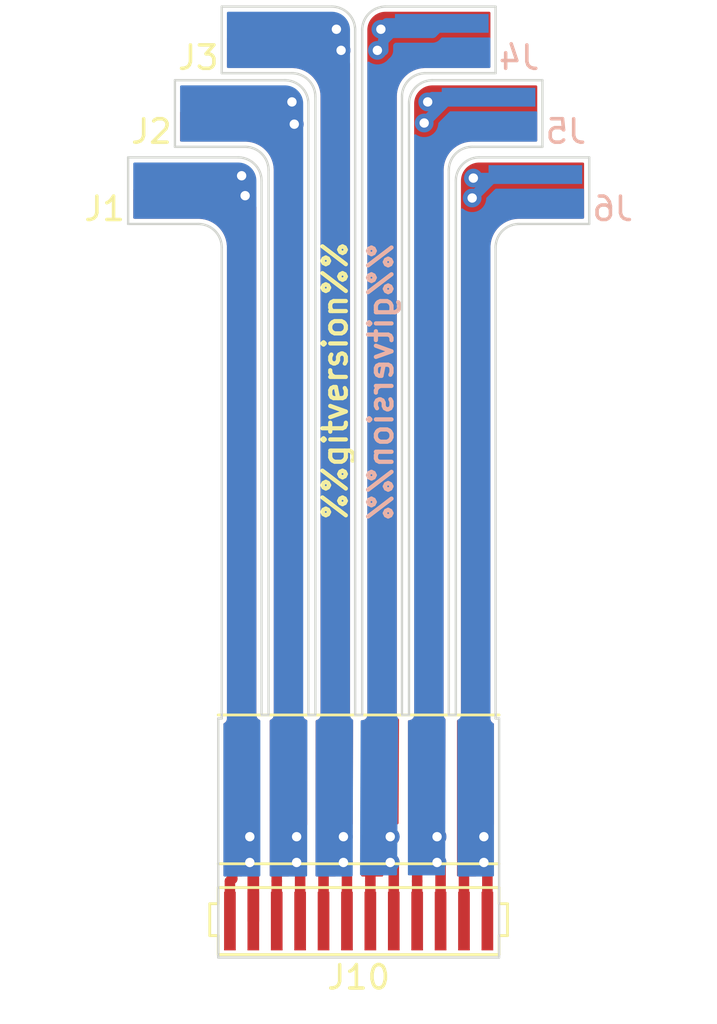
<source format=kicad_pcb>
(kicad_pcb (version 20171130) (host pcbnew "(5.1.2-13-gd94b8b9c0-dirty)")

  (general
    (thickness 0.12)
    (drawings 416)
    (tracks 79)
    (zones 0)
    (modules 7)
    (nets 13)
  )

  (page A4)
  (layers
    (0 F.Cu signal)
    (31 B.Cu signal)
    (32 B.Adhes user)
    (33 F.Adhes user)
    (34 B.Paste user)
    (35 F.Paste user)
    (36 B.SilkS user)
    (37 F.SilkS user)
    (38 B.Mask user)
    (39 F.Mask user)
    (40 Dwgs.User user)
    (41 Cmts.User user)
    (42 Eco1.User user)
    (43 Eco2.User user)
    (44 Edge.Cuts user)
    (45 Margin user)
    (46 B.CrtYd user)
    (47 F.CrtYd user)
    (48 B.Fab user)
    (49 F.Fab user)
  )

  (setup
    (last_trace_width 0.45)
    (trace_clearance 0.2)
    (zone_clearance 0.17)
    (zone_45_only no)
    (trace_min 0.2)
    (via_size 0.8)
    (via_drill 0.4)
    (via_min_size 0.4)
    (via_min_drill 0.3)
    (uvia_size 0.3)
    (uvia_drill 0.1)
    (uvias_allowed no)
    (uvia_min_size 0.2)
    (uvia_min_drill 0.1)
    (edge_width 0.05)
    (segment_width 0.2)
    (pcb_text_width 0.3)
    (pcb_text_size 1.5 1.5)
    (mod_edge_width 0.12)
    (mod_text_size 1 1)
    (mod_text_width 0.15)
    (pad_size 1.524 1.524)
    (pad_drill 0.762)
    (pad_to_mask_clearance 0.051)
    (solder_mask_min_width 0.25)
    (aux_axis_origin 0 0)
    (visible_elements FFFFFF7F)
    (pcbplotparams
      (layerselection 0x010e0_ffffffff)
      (usegerberextensions false)
      (usegerberattributes false)
      (usegerberadvancedattributes false)
      (creategerberjobfile false)
      (excludeedgelayer true)
      (linewidth 0.100000)
      (plotframeref false)
      (viasonmask false)
      (mode 1)
      (useauxorigin false)
      (hpglpennumber 1)
      (hpglpenspeed 20)
      (hpglpendiameter 15.000000)
      (psnegative false)
      (psa4output false)
      (plotreference true)
      (plotvalue true)
      (plotinvisibletext false)
      (padsonsilk false)
      (subtractmaskfromsilk false)
      (outputformat 1)
      (mirror false)
      (drillshape 0)
      (scaleselection 1)
      (outputdirectory "fab/"))
  )

  (net 0 "")
  (net 1 /bottom-6)
  (net 2 /top-6)
  (net 3 /bottom-5)
  (net 4 /top-5)
  (net 5 /bottom-4)
  (net 6 /top-4)
  (net 7 /top-3)
  (net 8 /bottom-3)
  (net 9 /top-1)
  (net 10 /bottom-2)
  (net 11 /bottom-1)
  (net 12 /top-2)

  (net_class Default "This is the default net class."
    (clearance 0.2)
    (trace_width 0.45)
    (via_dia 0.8)
    (via_drill 0.4)
    (uvia_dia 0.3)
    (uvia_drill 0.1)
    (add_net /bottom-1)
    (add_net /bottom-2)
    (add_net /bottom-3)
    (add_net /bottom-4)
    (add_net /bottom-5)
    (add_net /bottom-6)
    (add_net /top-1)
    (add_net /top-2)
    (add_net /top-3)
    (add_net /top-4)
    (add_net /top-5)
    (add_net /top-6)
  )

  (module blisplay:flex-coil-connect (layer B.Cu) (tedit 5CEC0E66) (tstamp 5CEC45FA)
    (at 92.75 77.65 180)
    (path /5CEC662F)
    (fp_text reference J6 (at -3.302 -0.762) (layer B.SilkS)
      (effects (font (size 1 1) (thickness 0.15)) (justify mirror))
    )
    (fp_text value Coil-6 (at -5.1 0.75) (layer B.Fab)
      (effects (font (size 1 1) (thickness 0.15)) (justify mirror))
    )
    (pad 2 smd rect (at 0 -0.7 180) (size 4 0.8) (layers B.Cu B.Paste B.Mask)
      (net 1 /bottom-6))
    (pad 1 smd rect (at 0 0.7 180) (size 4 0.8) (layers B.Cu B.Paste B.Mask)
      (net 2 /top-6))
  )

  (module blisplay:flex-coil-connect (layer B.Cu) (tedit 5CEC0E66) (tstamp 5CEC45F4)
    (at 90.75 74.35 180)
    (path /5CEC62F5)
    (fp_text reference J5 (at -3.302 -0.762) (layer B.SilkS)
      (effects (font (size 1 1) (thickness 0.15)) (justify mirror))
    )
    (fp_text value Coil-5 (at -5.15 0.75) (layer B.Fab)
      (effects (font (size 1 1) (thickness 0.15)) (justify mirror))
    )
    (pad 2 smd rect (at 0 -0.7 180) (size 4 0.8) (layers B.Cu B.Paste B.Mask)
      (net 3 /bottom-5))
    (pad 1 smd rect (at 0 0.7 180) (size 4 0.8) (layers B.Cu B.Paste B.Mask)
      (net 4 /top-5))
  )

  (module blisplay:flex-coil-connect (layer B.Cu) (tedit 5CEC0E66) (tstamp 5CEC45EE)
    (at 88.75 71.2 180)
    (path /5CEC5D4E)
    (fp_text reference J4 (at -3.302 -0.762) (layer B.SilkS)
      (effects (font (size 1 1) (thickness 0.15)) (justify mirror))
    )
    (fp_text value Coil-4 (at -5.35 0.8) (layer B.Fab)
      (effects (font (size 1 1) (thickness 0.15)) (justify mirror))
    )
    (pad 2 smd rect (at 0 -0.7 180) (size 4 0.8) (layers B.Cu B.Paste B.Mask)
      (net 5 /bottom-4))
    (pad 1 smd rect (at 0 0.7 180) (size 4 0.8) (layers B.Cu B.Paste B.Mask)
      (net 6 /top-4))
  )

  (module blisplay:flex-coil-connect (layer F.Cu) (tedit 5CEC0E66) (tstamp 5CEC48DF)
    (at 81.65 71.2)
    (path /5CEC3A7C)
    (fp_text reference J3 (at -3.302 0.762) (layer F.SilkS)
      (effects (font (size 1 1) (thickness 0.15)))
    )
    (fp_text value Coil-3 (at -5.55 -0.85) (layer F.Fab)
      (effects (font (size 1 1) (thickness 0.15)))
    )
    (pad 2 smd rect (at 0 0.7) (size 4 0.8) (layers F.Cu F.Paste F.Mask)
      (net 8 /bottom-3))
    (pad 1 smd rect (at 0 -0.7) (size 4 0.8) (layers F.Cu F.Paste F.Mask)
      (net 7 /top-3))
  )

  (module blisplay:flex-coil-connect (layer F.Cu) (tedit 5CEC0E66) (tstamp 5CEC45E2)
    (at 79.65 74.35)
    (path /5CEC4CBC)
    (fp_text reference J2 (at -3.302 0.762) (layer F.SilkS)
      (effects (font (size 1 1) (thickness 0.15)))
    )
    (fp_text value Coil-2 (at -5.2 -0.75) (layer F.Fab)
      (effects (font (size 1 1) (thickness 0.15)))
    )
    (pad 2 smd rect (at 0 0.7) (size 4 0.8) (layers F.Cu F.Paste F.Mask)
      (net 10 /bottom-2))
    (pad 1 smd rect (at 0 -0.7) (size 4 0.8) (layers F.Cu F.Paste F.Mask)
      (net 12 /top-2))
  )

  (module blisplay:flex-coil-connect (layer F.Cu) (tedit 5CEC0E66) (tstamp 5CEC45DC)
    (at 77.65 77.65)
    (path /5CEC54DD)
    (fp_text reference J1 (at -3.302 0.762) (layer F.SilkS)
      (effects (font (size 1 1) (thickness 0.15)))
    )
    (fp_text value Coil-1 (at -5.1 -0.7) (layer F.Fab)
      (effects (font (size 1 1) (thickness 0.15)))
    )
    (pad 2 smd rect (at 0 0.7) (size 4 0.8) (layers F.Cu F.Paste F.Mask)
      (net 11 /bottom-1))
    (pad 1 smd rect (at 0 -0.7) (size 4 0.8) (layers F.Cu F.Paste F.Mask)
      (net 9 /top-1))
  )

  (module blisplay:flex-12 (layer F.Cu) (tedit 5CEC1B49) (tstamp 5CEC45D6)
    (at 85.2 108.8)
    (path /5CEC1AB9)
    (attr smd)
    (fp_text reference J10 (at 0 2.4) (layer F.SilkS)
      (effects (font (size 1 1) (thickness 0.15)))
    )
    (fp_text value Conn_01x12 (at 0 3.55) (layer F.Fab)
      (effects (font (size 1 1) (thickness 0.15)))
    )
    (fp_line (start -6.6 -1.65) (end -6.6 1.65) (layer F.CrtYd) (width 0.05))
    (fp_line (start -6.6 1.65) (end 6.6 1.65) (layer F.CrtYd) (width 0.05))
    (fp_line (start 6.6 -1.65) (end 6.6 1.65) (layer F.CrtYd) (width 0.05))
    (fp_line (start -6.6 -1.65) (end 6.6 -1.65) (layer F.CrtYd) (width 0.05))
    (fp_line (start 6 -0.74) (end 6 -1.43) (layer F.SilkS) (width 0.12))
    (fp_line (start -6 -0.74) (end -6 -1.43) (layer F.SilkS) (width 0.12))
    (fp_line (start 6.36 -0.74) (end 6 -0.74) (layer F.SilkS) (width 0.12))
    (fp_line (start -6.36 -0.74) (end -6 -0.74) (layer F.SilkS) (width 0.12))
    (fp_line (start 6.36 0.62) (end 6.36 -0.74) (layer F.SilkS) (width 0.12))
    (fp_line (start -6.36 0.62) (end -6.36 -0.74) (layer F.SilkS) (width 0.12))
    (fp_line (start 6 0.62) (end 6.36 0.62) (layer F.SilkS) (width 0.12))
    (fp_line (start -6 0.62) (end -6.36 0.62) (layer F.SilkS) (width 0.12))
    (fp_line (start 6 1.43) (end 6 0.62) (layer F.SilkS) (width 0.12))
    (fp_line (start -6 1.43) (end -6 0.62) (layer F.SilkS) (width 0.12))
    (fp_line (start -6 1.43) (end 6 1.43) (layer F.SilkS) (width 0.12))
    (fp_line (start -6 -1.43) (end 6 -1.43) (layer F.SilkS) (width 0.12))
    (pad 12 smd rect (at 5.5 0) (size 0.5 2.5) (layers F.Cu F.Paste F.Mask)
      (net 1 /bottom-6))
    (pad 11 smd rect (at 4.5 0) (size 0.5 2.5) (layers F.Cu F.Paste F.Mask)
      (net 2 /top-6))
    (pad 10 smd rect (at 3.5 0) (size 0.5 2.5) (layers F.Cu F.Paste F.Mask)
      (net 3 /bottom-5))
    (pad 9 smd rect (at 2.5 0) (size 0.5 2.5) (layers F.Cu F.Paste F.Mask)
      (net 4 /top-5))
    (pad 8 smd rect (at 1.5 0) (size 0.5 2.5) (layers F.Cu F.Paste F.Mask)
      (net 5 /bottom-4))
    (pad 7 smd rect (at 0.5 0) (size 0.5 2.5) (layers F.Cu F.Paste F.Mask)
      (net 6 /top-4))
    (pad 6 smd rect (at -0.5 0) (size 0.5 2.5) (layers F.Cu F.Paste F.Mask)
      (net 7 /top-3))
    (pad 5 smd rect (at -1.5 0) (size 0.5 2.5) (layers F.Cu F.Paste F.Mask)
      (net 8 /bottom-3))
    (pad 4 smd rect (at -2.5 0) (size 0.5 2.5) (layers F.Cu F.Paste F.Mask)
      (net 12 /top-2))
    (pad 3 smd rect (at -3.5 0) (size 0.5 2.5) (layers F.Cu F.Paste F.Mask)
      (net 10 /bottom-2))
    (pad 2 smd rect (at -4.5 0) (size 0.5 2.5) (layers F.Cu F.Paste F.Mask)
      (net 9 /top-1))
    (pad 1 smd rect (at -5.5 0) (size 0.5 2.5) (layers F.Cu F.Paste F.Mask)
      (net 11 /bottom-1))
  )

  (gr_line (start 79.2 100.0067) (end 91.2 100.0067) (layer F.SilkS) (width 0.12))
  (gr_line (start 79.2 106.3567) (end 91.2 106.3567) (layer F.SilkS) (width 0.12))
  (gr_text %%gitversion%% (at 86.15 85.8 90) (layer B.SilkS) (tstamp 5CEC4CCD)
    (effects (font (size 1 1) (thickness 0.18)) (justify mirror))
  )
  (gr_text %%gitversion%% (at 84.2 85.75 90) (layer F.SilkS)
    (effects (font (size 1 1) (thickness 0.18)))
  )
  (gr_line (start 81.351 100.0067) (end 81.351 76.766) (layer Edge.Cuts) (width 0.1))
  (gr_line (start 80.4161 76.2848) (end 80.464 76.305) (layer Edge.Cuts) (width 0.1))
  (gr_line (start 87.1624 73.165) (end 87.1873 73.1199) (layer Edge.Cuts) (width 0.1))
  (gr_line (start 87.6857 72.6932) (end 87.7348 72.6754) (layer Edge.Cuts) (width 0.1))
  (gr_line (start 83.328 73.4101) (end 83.3154 73.3588) (layer Edge.Cuts) (width 0.1))
  (gr_line (start 90.1364 76.2391) (end 90.0851 76.2518) (layer Edge.Cuts) (width 0.1))
  (gr_line (start 85.0381 70.6207) (end 85.0453 70.674) (layer Edge.Cuts) (width 0.1))
  (gr_line (start 82.051 72.9246) (end 82.1059 72.9261) (layer Edge.Cuts) (width 0.1))
  (gr_line (start 79.0933 79.3878) (end 79.058 79.3507) (layer Edge.Cuts) (width 0.1))
  (gr_line (start 83.3001 73.3085) (end 83.2823 73.2594) (layer Edge.Cuts) (width 0.1))
  (gr_line (start 80.9394 76.7565) (end 80.962 76.8031) (layer Edge.Cuts) (width 0.1))
  (gr_line (start 77.351 75.7662) (end 77.351 72.9246) (layer Edge.Cuts) (width 0.1))
  (gr_line (start 83.2621 73.2116) (end 83.2395 73.165) (layer Edge.Cuts) (width 0.1))
  (gr_line (start 82.7641 72.7135) (end 82.7162 72.6932) (layer Edge.Cuts) (width 0.1))
  (gr_line (start 87.4018 73.6086) (end 87.3865 73.6588) (layer Edge.Cuts) (width 0.1))
  (gr_line (start 83.0934 72.9546) (end 83.0582 72.9174) (layer Edge.Cuts) (width 0.1))
  (gr_line (start 86.1886 69.7959) (end 86.1363 69.8059) (layer Edge.Cuts) (width 0.1))
  (gr_line (start 82.9395 73.4651) (end 82.9621 73.5116) (layer Edge.Cuts) (width 0.1))
  (gr_line (start 86.085 69.8185) (end 86.0347 69.8338) (layer Edge.Cuts) (width 0.1))
  (gr_line (start 83.3452 73.5156) (end 83.338 73.4624) (layer Edge.Cuts) (width 0.1))
  (gr_line (start 83.2395 73.165) (end 83.2146 73.1199) (layer Edge.Cuts) (width 0.1))
  (gr_line (start 80.1599 76.2219) (end 80.2131 76.2291) (layer Edge.Cuts) (width 0.1))
  (gr_line (start 84.3169 69.8185) (end 84.3672 69.8338) (layer Edge.Cuts) (width 0.1))
  (gr_line (start 84.4163 69.8516) (end 84.4641 69.8718) (layer Edge.Cuts) (width 0.1))
  (gr_line (start 80.721 76.4737) (end 80.7581 76.5089) (layer Edge.Cuts) (width 0.1))
  (gr_line (start 87.2751 72.9934) (end 87.3085 72.9546) (layer Edge.Cuts) (width 0.1))
  (gr_line (start 80.464 76.305) (end 80.5105 76.3277) (layer Edge.Cuts) (width 0.1))
  (gr_line (start 83.0497 73.8699) (end 83.0511 73.9247) (layer Edge.Cuts) (width 0.1))
  (gr_line (start 82.8874 73.3762) (end 82.9146 73.4199) (layer Edge.Cuts) (width 0.1))
  (gr_line (start 82.8106 72.7361) (end 82.7641 72.7135) (layer Edge.Cuts) (width 0.1))
  (gr_line (start 87.8886 72.6375) (end 87.9418 72.6303) (layer Edge.Cuts) (width 0.1))
  (gr_line (start 81.021 76.0238) (end 80.9821 75.9905) (layer Edge.Cuts) (width 0.1))
  (gr_line (start 81.351 76.766) (end 81.3495 76.7112) (layer Edge.Cuts) (width 0.1))
  (gr_line (start 80.8994 75.9299) (end 80.8557 75.9028) (layer Edge.Cuts) (width 0.1))
  (gr_line (start 80.0509 76.216) (end 80.0509 76.216) (layer Edge.Cuts) (width 0.1))
  (gr_line (start 87.4195 73.5595) (end 87.4018 73.6086) (layer Edge.Cuts) (width 0.1))
  (gr_line (start 86.2418 69.7887) (end 86.1886 69.7959) (layer Edge.Cuts) (width 0.1))
  (gr_line (start 81.3379 76.6039) (end 81.3279 76.5516) (layer Edge.Cuts) (width 0.1))
  (gr_line (start 89.4874 76.7113) (end 89.4625 76.7565) (layer Edge.Cuts) (width 0.1))
  (gr_line (start 91.0508 72.6244) (end 91.0508 69.7828) (layer Edge.Cuts) (width 0.1))
  (gr_line (start 87.3508 73.9247) (end 87.3508 100.0067) (layer Edge.Cuts) (width 0.1))
  (gr_line (start 87.5145 73.3762) (end 87.4873 73.4199) (layer Edge.Cuts) (width 0.1))
  (gr_line (start 87.1196 73.2594) (end 87.1398 73.2116) (layer Edge.Cuts) (width 0.1))
  (gr_line (start 87.2438 73.034) (end 87.2751 72.9934) (layer Edge.Cuts) (width 0.1))
  (gr_line (start 87.5913 72.7361) (end 87.6378 72.7135) (layer Edge.Cuts) (width 0.1))
  (gr_line (start 91.638 79.1467) (end 91.6858 79.1265) (layer Edge.Cuts) (width 0.1))
  (gr_line (start 91.4604 79.2507) (end 91.5026 79.2214) (layer Edge.Cuts) (width 0.1))
  (gr_line (start 84.8269 70.1518) (end 84.8582 70.1924) (layer Edge.Cuts) (width 0.1))
  (gr_line (start 88.1363 72.9477) (end 88.085 72.9603) (layer Edge.Cuts) (width 0.1))
  (gr_line (start 84.9396 70.3234) (end 84.9622 70.37) (layer Edge.Cuts) (width 0.1))
  (gr_line (start 84.7935 70.1129) (end 84.8269 70.1518) (layer Edge.Cuts) (width 0.1))
  (gr_line (start 89.0866 76.5003) (end 89.1019 76.45) (layer Edge.Cuts) (width 0.1))
  (gr_line (start 84.1601 69.7887) (end 84.2133 69.7959) (layer Edge.Cuts) (width 0.1))
  (gr_line (start 87.5751 73.2935) (end 87.5437 73.334) (layer Edge.Cuts) (width 0.1))
  (gr_line (start 89.8462 76.3526) (end 89.8025 76.3797) (layer Edge.Cuts) (width 0.1))
  (gr_line (start 83.0453 73.8158) (end 83.0497 73.8699) (layer Edge.Cuts) (width 0.1))
  (gr_line (start 91.3439 79.3507) (end 91.381 79.3154) (layer Edge.Cuts) (width 0.1))
  (gr_line (start 79.3511 72.6244) (end 79.3511 69.7828) (layer Edge.Cuts) (width 0.1))
  (gr_line (start 83.3496 73.5697) (end 83.3452 73.5156) (layer Edge.Cuts) (width 0.1))
  (gr_line (start 89.1399 76.3531) (end 89.1625 76.3066) (layer Edge.Cuts) (width 0.1))
  (gr_line (start 88.2419 72.9305) (end 88.1887 72.9377) (layer Edge.Cuts) (width 0.1))
  (gr_line (start 91.051 80.0578) (end 91.0525 80.0029) (layer Edge.Cuts) (width 0.1))
  (gr_line (start 82.9146 73.4199) (end 82.9395 73.4651) (layer Edge.Cuts) (width 0.1))
  (gr_line (start 84.9147 70.2782) (end 84.9396 70.3234) (layer Edge.Cuts) (width 0.1))
  (gr_line (start 85.8912 69.8945) (end 85.846 69.9194) (layer Edge.Cuts) (width 0.1))
  (gr_line (start 91.1626 79.5983) (end 91.1875 79.5531) (layer Edge.Cuts) (width 0.1))
  (gr_line (start 78.9415 79.2507) (end 78.8993 79.2214) (layer Edge.Cuts) (width 0.1))
  (gr_line (start 91.0508 69.7828) (end 86.3508 69.7828) (layer Edge.Cuts) (width 0.1))
  (gr_line (start 91.8888 79.0708) (end 91.942 79.0635) (layer Edge.Cuts) (width 0.1))
  (gr_line (start 89.9419 75.7721) (end 89.996 75.7677) (layer Edge.Cuts) (width 0.1))
  (gr_line (start 87.9378 73.0136) (end 87.8913 73.0362) (layer Edge.Cuts) (width 0.1))
  (gr_line (start 82.6822 73.1489) (end 82.7211 73.1823) (layer Edge.Cuts) (width 0.1))
  (gr_line (start 81.0452 77.1072) (end 81.0496 77.1613) (layer Edge.Cuts) (width 0.1))
  (gr_line (start 85.846 69.9194) (end 85.8023 69.9465) (layer Edge.Cuts) (width 0.1))
  (gr_line (start 95.050999 79.0577) (end 95.050999 76.216) (layer Edge.Cuts) (width 0.1))
  (gr_line (start 78.8556 79.1943) (end 78.8105 79.1693) (layer Edge.Cuts) (width 0.1))
  (gr_line (start 87.0567 73.5156) (end 87.0639 73.4624) (layer Edge.Cuts) (width 0.1))
  (gr_line (start 81.3451 76.6571) (end 81.3379 76.6039) (layer Edge.Cuts) (width 0.1))
  (gr_line (start 89.996 75.7677) (end 90.0509 75.7662) (layer Edge.Cuts) (width 0.1))
  (gr_line (start 87.3738 73.7102) (end 87.3639 73.7625) (layer Edge.Cuts) (width 0.1))
  (gr_line (start 81.0933 76.0962) (end 81.0581 76.0591) (layer Edge.Cuts) (width 0.1))
  (gr_line (start 85.8023 69.9465) (end 85.7602 69.9758) (layer Edge.Cuts) (width 0.1))
  (gr_line (start 85.3566 70.674) (end 85.3522 70.7281) (layer Edge.Cuts) (width 0.1))
  (gr_line (start 89.7603 76.409) (end 89.7198 76.4403) (layer Edge.Cuts) (width 0.1))
  (gr_line (start 89.3523 77.1613) (end 89.3509 77.2162) (layer Edge.Cuts) (width 0.1))
  (gr_line (start 85.5437 70.1924) (end 85.5144 70.2345) (layer Edge.Cuts) (width 0.1))
  (gr_line (start 87.7197 73.1489) (end 87.6808 73.1823) (layer Edge.Cuts) (width 0.1))
  (gr_line (start 89.4196 76.8509) (end 89.4019 76.9) (layer Edge.Cuts) (width 0.1))
  (gr_line (start 84.106 69.7843) (end 84.1601 69.7887) (layer Edge.Cuts) (width 0.1))
  (gr_line (start 85.0453 70.674) (end 85.0497 70.7281) (layer Edge.Cuts) (width 0.1))
  (gr_line (start 80.5655 75.7893) (end 80.5132 75.7793) (layer Edge.Cuts) (width 0.1))
  (gr_line (start 80.9823 76.8509) (end 81 76.9) (layer Edge.Cuts) (width 0.1))
  (gr_line (start 87.9959 72.6259) (end 88.0508 72.6244) (layer Edge.Cuts) (width 0.1))
  (gr_line (start 93.0509 72.9246) (end 88.3509 72.9246) (layer Edge.Cuts) (width 0.1))
  (gr_line (start 87.7602 73.1176) (end 87.7197 73.1489) (layer Edge.Cuts) (width 0.1))
  (gr_line (start 85.3738 70.5684) (end 85.3638 70.6207) (layer Edge.Cuts) (width 0.1))
  (gr_line (start 89.3866 76.9503) (end 89.3739 77.0016) (layer Edge.Cuts) (width 0.1))
  (gr_line (start 91.051 80.0578) (end 91.051 80.0578) (layer Edge.Cuts) (width 0.1))
  (gr_line (start 82.9417 72.8174) (end 82.8995 72.7882) (layer Edge.Cuts) (width 0.1))
  (gr_line (start 78.5655 79.0807) (end 78.5131 79.0708) (layer Edge.Cuts) (width 0.1))
  (gr_line (start 82.7935 73.2546) (end 82.8268 73.2935) (layer Edge.Cuts) (width 0.1))
  (gr_line (start 84.8875 70.2345) (end 84.9147 70.2782) (layer Edge.Cuts) (width 0.1))
  (gr_line (start 81.051 100.0067) (end 81.351 100.0067) (layer Edge.Cuts) (width 0.1))
  (gr_line (start 87.0523 73.5697) (end 87.0567 73.5156) (layer Edge.Cuts) (width 0.1))
  (gr_line (start 87.6084 73.2546) (end 87.5751 73.2935) (layer Edge.Cuts) (width 0.1))
  (gr_line (start 82.9822 72.8488) (end 82.9417 72.8174) (layer Edge.Cuts) (width 0.1))
  (gr_line (start 87.8913 73.0362) (end 87.8461 73.0612) (layer Edge.Cuts) (width 0.1))
  (gr_line (start 89.3438 76.0591) (end 89.3809 76.0238) (layer Edge.Cuts) (width 0.1))
  (gr_line (start 81.2145 76.2614) (end 81.1873 76.2178) (layer Edge.Cuts) (width 0.1))
  (gr_line (start 87.3437 72.9174) (end 87.3808 72.8822) (layer Edge.Cuts) (width 0.1))
  (gr_line (start 87.8024 73.0883) (end 87.7602 73.1176) (layer Edge.Cuts) (width 0.1))
  (gr_line (start 87.6808 73.1823) (end 87.6437 73.2175) (layer Edge.Cuts) (width 0.1))
  (gr_line (start 79.3509 100.1569) (end 79.3509 80.0578) (layer Edge.Cuts) (width 0.1))
  (gr_line (start 82.8995 72.7882) (end 82.8558 72.761) (layer Edge.Cuts) (width 0.1))
  (gr_line (start 87.0739 73.4101) (end 87.0865 73.3588) (layer Edge.Cuts) (width 0.1))
  (gr_line (start 83.1268 72.9934) (end 83.0934 72.9546) (layer Edge.Cuts) (width 0.1))
  (gr_line (start 86.3508 69.7828) (end 86.3508 69.7828) (layer Edge.Cuts) (width 0.1))
  (gr_line (start 91.1875 79.5531) (end 91.2147 79.5094) (layer Edge.Cuts) (width 0.1))
  (gr_line (start 84.3672 69.8338) (end 84.4163 69.8516) (layer Edge.Cuts) (width 0.1))
  (gr_line (start 88.085 72.9603) (end 88.0348 72.9756) (layer Edge.Cuts) (width 0.1))
  (gr_line (start 89.3809 76.0238) (end 89.4198 75.9905) (layer Edge.Cuts) (width 0.1))
  (gr_line (start 87.6378 72.7135) (end 87.6857 72.6932) (layer Edge.Cuts) (width 0.1))
  (gr_line (start 95.050999 76.216) (end 90.351 76.216) (layer Edge.Cuts) (width 0.1))
  (gr_line (start 84.0511 69.7828) (end 84.106 69.7843) (layer Edge.Cuts) (width 0.1))
  (gr_line (start 88.3509 72.9246) (end 88.296 72.9261) (layer Edge.Cuts) (width 0.1))
  (gr_line (start 84.9824 70.4178) (end 85.0002 70.4669) (layer Edge.Cuts) (width 0.1))
  (gr_line (start 80.6821 76.4403) (end 80.721 76.4737) (layer Edge.Cuts) (width 0.1))
  (gr_line (start 84.6417 69.9758) (end 84.6823 70.0072) (layer Edge.Cuts) (width 0.1))
  (gr_line (start 91.0525 80.0029) (end 91.0568 79.9489) (layer Edge.Cuts) (width 0.1))
  (gr_line (start 84.5107 69.8945) (end 84.5558 69.9194) (layer Edge.Cuts) (width 0.1))
  (gr_line (start 78.5131 79.0708) (end 78.4599 79.0635) (layer Edge.Cuts) (width 0.1))
  (gr_line (start 91.381 79.3154) (end 91.4199 79.2821) (layer Edge.Cuts) (width 0.1))
  (gr_line (start 89.0509 76.766) (end 89.0509 76.766) (layer Edge.Cuts) (width 0.1))
  (gr_line (start 91.2147 79.5094) (end 91.2439 79.4672) (layer Edge.Cuts) (width 0.1))
  (gr_line (start 87.3522 73.8699) (end 87.3508 73.9247) (layer Edge.Cuts) (width 0.1))
  (gr_line (start 87.7348 72.6754) (end 87.785 72.6602) (layer Edge.Cuts) (width 0.1))
  (gr_line (start 89.5438 76.6255) (end 89.5146 76.6676) (layer Edge.Cuts) (width 0.1))
  (gr_line (start 89.2146 76.2178) (end 89.2438 76.1756) (layer Edge.Cuts) (width 0.1))
  (gr_line (start 89.4198 75.9905) (end 89.4603 75.9592) (layer Edge.Cuts) (width 0.1))
  (gr_line (start 84.2656 69.8059) (end 84.3169 69.8185) (layer Edge.Cuts) (width 0.1))
  (gr_line (start 87.6437 73.2175) (end 87.6084 73.2546) (layer Edge.Cuts) (width 0.1))
  (gr_line (start 87.0508 73.6245) (end 87.0523 73.5697) (layer Edge.Cuts) (width 0.1))
  (gr_line (start 87.1398 73.2116) (end 87.1624 73.165) (layer Edge.Cuts) (width 0.1))
  (gr_line (start 87.785 72.6602) (end 87.8363 72.6475) (layer Edge.Cuts) (width 0.1))
  (gr_line (start 89.0567 76.6571) (end 89.064 76.6039) (layer Edge.Cuts) (width 0.1))
  (gr_line (start 91.3086 79.3878) (end 91.3439 79.3507) (layer Edge.Cuts) (width 0.1))
  (gr_line (start 87.0508 73.6245) (end 87.0508 73.6245) (layer Edge.Cuts) (width 0.1))
  (gr_line (start 79.3451 79.9489) (end 79.3378 79.8956) (layer Edge.Cuts) (width 0.1))
  (gr_line (start 83.0582 72.9174) (end 83.0211 72.8822) (layer Edge.Cuts) (width 0.1))
  (gr_line (start 83.0511 100.0067) (end 83.3511 100.0067) (layer Edge.Cuts) (width 0.1))
  (gr_line (start 80.46 75.7721) (end 80.4059 75.7677) (layer Edge.Cuts) (width 0.1))
  (gr_line (start 91.051 100.1569) (end 91.051 80.0578) (layer Edge.Cuts) (width 0.1))
  (gr_line (start 80.6671 75.8172) (end 80.6168 75.802) (layer Edge.Cuts) (width 0.1))
  (gr_line (start 79.2999 79.7418) (end 79.2821 79.6927) (layer Edge.Cuts) (width 0.1))
  (gr_line (start 79.3152 79.792) (end 79.2999 79.7418) (layer Edge.Cuts) (width 0.1))
  (gr_line (start 89.4019 76.9) (end 89.3866 76.9503) (layer Edge.Cuts) (width 0.1))
  (gr_line (start 87.8363 72.6475) (end 87.8886 72.6375) (layer Edge.Cuts) (width 0.1))
  (gr_line (start 79.1872 79.5094) (end 79.158 79.4672) (layer Edge.Cuts) (width 0.1))
  (gr_line (start 82.7162 72.6932) (end 82.6672 72.6754) (layer Edge.Cuts) (width 0.1))
  (gr_line (start 81.0379 77.0539) (end 81.0452 77.1072) (layer Edge.Cuts) (width 0.1))
  (gr_line (start 83.338 73.4624) (end 83.328 73.4101) (layer Edge.Cuts) (width 0.1))
  (gr_line (start 83.0154 73.6588) (end 83.0281 73.7102) (layer Edge.Cuts) (width 0.1))
  (gr_line (start 87.9857 72.9934) (end 87.9378 73.0136) (layer Edge.Cuts) (width 0.1))
  (gr_line (start 90.0851 76.2518) (end 90.0349 76.267) (layer Edge.Cuts) (width 0.1))
  (gr_line (start 90.351 76.216) (end 90.351 76.216) (layer Edge.Cuts) (width 0.1))
  (gr_line (start 91.102 79.7418) (end 91.1198 79.6927) (layer Edge.Cuts) (width 0.1))
  (gr_line (start 75.3509 76.216) (end 80.0509 76.216) (layer Edge.Cuts) (width 0.1))
  (gr_line (start 85.9378 69.8718) (end 85.8912 69.8945) (layer Edge.Cuts) (width 0.1))
  (gr_line (start 80.6168 75.802) (end 80.5655 75.7893) (layer Edge.Cuts) (width 0.1))
  (gr_line (start 87.5461 72.761) (end 87.5913 72.7361) (layer Edge.Cuts) (width 0.1))
  (gr_line (start 91.7851 79.0934) (end 91.8364 79.0807) (layer Edge.Cuts) (width 0.1))
  (gr_line (start 89.6085 76.546) (end 89.5752 76.5849) (layer Edge.Cuts) (width 0.1))
  (gr_line (start 86.1363 69.8059) (end 86.085 69.8185) (layer Edge.Cuts) (width 0.1))
  (gr_line (start 89.8364 75.7893) (end 89.8887 75.7793) (layer Edge.Cuts) (width 0.1))
  (gr_line (start 81.0496 77.1613) (end 81.051 77.2162) (layer Edge.Cuts) (width 0.1))
  (gr_line (start 88.0348 72.9756) (end 87.9857 72.9934) (layer Edge.Cuts) (width 0.1))
  (gr_line (start 80.1058 76.2175) (end 80.1599 76.2219) (layer Edge.Cuts) (width 0.1))
  (gr_line (start 89.6379 75.8552) (end 89.6857 75.835) (layer Edge.Cuts) (width 0.1))
  (gr_line (start 91.2009 110.3567) (end 91.2009 100.1569) (layer Edge.Cuts) (width 0.1))
  (gr_line (start 91.942 79.0635) (end 91.9961 79.0591) (layer Edge.Cuts) (width 0.1))
  (gr_line (start 78.982 79.2821) (end 78.9415 79.2507) (layer Edge.Cuts) (width 0.1))
  (gr_line (start 85.575 70.1518) (end 85.5437 70.1924) (layer Edge.Cuts) (width 0.1))
  (gr_line (start 81.1267 76.135) (end 81.0933 76.0962) (layer Edge.Cuts) (width 0.1))
  (gr_line (start 91.5463 79.1943) (end 91.5914 79.1693) (layer Edge.Cuts) (width 0.1))
  (gr_line (start 87.0865 73.3588) (end 87.1018 73.3085) (layer Edge.Cuts) (width 0.1))
  (gr_line (start 88.3509 72.9246) (end 88.3509 72.9246) (layer Edge.Cuts) (width 0.1))
  (gr_line (start 87.0639 73.4624) (end 87.0739 73.4101) (layer Edge.Cuts) (width 0.1))
  (gr_line (start 84.5996 69.9465) (end 84.6417 69.9758) (layer Edge.Cuts) (width 0.1))
  (gr_line (start 91.1198 79.6927) (end 91.14 79.6448) (layer Edge.Cuts) (width 0.1))
  (gr_line (start 85.4195 70.4178) (end 85.4017 70.4669) (layer Edge.Cuts) (width 0.1))
  (gr_line (start 87.1873 73.1199) (end 87.2145 73.0762) (layer Edge.Cuts) (width 0.1))
  (gr_line (start 78.4599 79.0635) (end 78.4058 79.0591) (layer Edge.Cuts) (width 0.1))
  (gr_line (start 88.296 72.9261) (end 88.2419 72.9305) (layer Edge.Cuts) (width 0.1))
  (gr_line (start 79.2619 79.6448) (end 79.2393 79.5983) (layer Edge.Cuts) (width 0.1))
  (gr_line (start 85.4017 70.4669) (end 85.3864 70.5171) (layer Edge.Cuts) (width 0.1))
  (gr_line (start 83.0001 73.6086) (end 83.0154 73.6588) (layer Edge.Cuts) (width 0.1))
  (gr_line (start 79.158 79.4672) (end 79.1266 79.4267) (layer Edge.Cuts) (width 0.1))
  (gr_line (start 91.0867 79.792) (end 91.102 79.7418) (layer Edge.Cuts) (width 0.1))
  (gr_line (start 80.367 76.267) (end 80.4161 76.2848) (layer Edge.Cuts) (width 0.1))
  (gr_line (start 85.3507 100.0067) (end 85.0507 100.0067) (layer Edge.Cuts) (width 0.1))
  (gr_line (start 87.3085 72.9546) (end 87.3437 72.9174) (layer Edge.Cuts) (width 0.1))
  (gr_line (start 89.2438 76.1756) (end 89.2752 76.135) (layer Edge.Cuts) (width 0.1))
  (gr_line (start 85.6436 70.0758) (end 85.6084 70.1129) (layer Edge.Cuts) (width 0.1))
  (gr_line (start 91.2753 79.4267) (end 91.3086 79.3878) (layer Edge.Cuts) (width 0.1))
  (gr_line (start 89.8914 76.3277) (end 89.8462 76.3526) (layer Edge.Cuts) (width 0.1))
  (gr_line (start 80.3168 76.2518) (end 80.367 76.267) (layer Edge.Cuts) (width 0.1))
  (gr_line (start 83.0211 72.8822) (end 82.9822 72.8488) (layer Edge.Cuts) (width 0.1))
  (gr_line (start 82.1059 72.9261) (end 82.16 72.9305) (layer Edge.Cuts) (width 0.1))
  (gr_line (start 91.0641 79.8956) (end 91.074 79.8433) (layer Edge.Cuts) (width 0.1))
  (gr_line (start 79.3279 79.8433) (end 79.3152 79.792) (layer Edge.Cuts) (width 0.1))
  (gr_line (start 89.6438 76.5089) (end 89.6085 76.546) (layer Edge.Cuts) (width 0.1))
  (gr_line (start 81.0153 76.9503) (end 81.028 77.0016) (layer Edge.Cuts) (width 0.1))
  (gr_line (start 82.3169 72.9603) (end 82.3671 72.9756) (layer Edge.Cuts) (width 0.1))
  (gr_line (start 85.3638 70.6207) (end 85.3566 70.674) (layer Edge.Cuts) (width 0.1))
  (gr_line (start 89.5146 76.6676) (end 89.4874 76.7113) (layer Edge.Cuts) (width 0.1))
  (gr_line (start 79.1266 79.4267) (end 79.0933 79.3878) (layer Edge.Cuts) (width 0.1))
  (gr_line (start 89.5462 75.9028) (end 89.5914 75.8778) (layer Edge.Cuts) (width 0.1))
  (gr_line (start 82.2656 72.9477) (end 82.3169 72.9603) (layer Edge.Cuts) (width 0.1))
  (gr_line (start 82.6169 72.6602) (end 82.5656 72.6475) (layer Edge.Cuts) (width 0.1))
  (gr_line (start 79.2393 79.5983) (end 79.2144 79.5531) (layer Edge.Cuts) (width 0.1))
  (gr_line (start 87.3808 72.8822) (end 87.4197 72.8488) (layer Edge.Cuts) (width 0.1))
  (gr_line (start 84.7212 70.0405) (end 84.7583 70.0758) (layer Edge.Cuts) (width 0.1))
  (gr_line (start 89.2752 76.135) (end 89.3085 76.0962) (layer Edge.Cuts) (width 0.1))
  (gr_line (start 79.2144 79.5531) (end 79.1872 79.5094) (layer Edge.Cuts) (width 0.1))
  (gr_line (start 82.16 72.9305) (end 82.2132 72.9377) (layer Edge.Cuts) (width 0.1))
  (gr_line (start 86.3508 69.7828) (end 86.2959 69.7843) (layer Edge.Cuts) (width 0.1))
  (gr_line (start 82.5106 73.0362) (end 82.5558 73.0612) (layer Edge.Cuts) (width 0.1))
  (gr_line (start 87.4602 72.8174) (end 87.5024 72.7882) (layer Edge.Cuts) (width 0.1))
  (gr_line (start 78.7161 79.1265) (end 78.667 79.1087) (layer Edge.Cuts) (width 0.1))
  (gr_line (start 79.201 110.3567) (end 91.2009 110.3567) (layer Edge.Cuts) (width 0.1))
  (gr_line (start 91.9961 79.0591) (end 92.0509 79.0577) (layer Edge.Cuts) (width 0.1))
  (gr_line (start 84.4641 69.8718) (end 84.5107 69.8945) (layer Edge.Cuts) (width 0.1))
  (gr_line (start 82.406 72.6259) (end 82.3511 72.6244) (layer Edge.Cuts) (width 0.1))
  (gr_line (start 82.3511 72.6244) (end 79.3511 72.6244) (layer Edge.Cuts) (width 0.1))
  (gr_line (start 83.0281 73.7102) (end 83.038 73.7625) (layer Edge.Cuts) (width 0.1))
  (gr_line (start 79.058 79.3507) (end 79.0209 79.3154) (layer Edge.Cuts) (width 0.1))
  (gr_line (start 80.764 75.8552) (end 80.7162 75.835) (layer Edge.Cuts) (width 0.1))
  (gr_line (start 85.0512 70.7829) (end 85.0512 100.0067) (layer Edge.Cuts) (width 0.1))
  (gr_line (start 81.051 77.2162) (end 81.051 100.0067) (layer Edge.Cuts) (width 0.1))
  (gr_line (start 90.1888 76.2291) (end 90.1364 76.2391) (layer Edge.Cuts) (width 0.1))
  (gr_line (start 82.9824 73.5595) (end 83.0001 73.6086) (layer Edge.Cuts) (width 0.1))
  (gr_line (start 80.3511 75.7662) (end 77.351 75.7662) (layer Edge.Cuts) (width 0.1))
  (gr_line (start 83.3511 100.0067) (end 83.3511 73.6245) (layer Edge.Cuts) (width 0.1))
  (gr_line (start 78.667 79.1087) (end 78.6168 79.0934) (layer Edge.Cuts) (width 0.1))
  (gr_line (start 91.7349 79.1087) (end 91.7851 79.0934) (layer Edge.Cuts) (width 0.1))
  (gr_line (start 89.3085 76.0962) (end 89.3438 76.0591) (layer Edge.Cuts) (width 0.1))
  (gr_line (start 84.0511 69.7828) (end 84.0511 69.7828) (layer Edge.Cuts) (width 0.1))
  (gr_line (start 84.8582 70.1924) (end 84.8875 70.2345) (layer Edge.Cuts) (width 0.1))
  (gr_line (start 87.3508 100.0067) (end 87.0508 100.0067) (layer Edge.Cuts) (width 0.1))
  (gr_line (start 90.2961 76.2175) (end 90.242 76.2219) (layer Edge.Cuts) (width 0.1))
  (gr_line (start 82.4641 73.0136) (end 82.5106 73.0362) (layer Edge.Cuts) (width 0.1))
  (gr_line (start 80.5132 75.7793) (end 80.46 75.7721) (layer Edge.Cuts) (width 0.1))
  (gr_line (start 93.0509 75.7662) (end 93.0509 72.9246) (layer Edge.Cuts) (width 0.1))
  (gr_line (start 87.1018 73.3085) (end 87.1196 73.2594) (layer Edge.Cuts) (width 0.1))
  (gr_line (start 85.5144 70.2345) (end 85.4872 70.2782) (layer Edge.Cuts) (width 0.1))
  (gr_line (start 85.6084 70.1129) (end 85.575 70.1518) (layer Edge.Cuts) (width 0.1))
  (gr_line (start 77.351 72.9246) (end 82.051 72.9246) (layer Edge.Cuts) (width 0.1))
  (gr_line (start 91.2439 79.4672) (end 91.2753 79.4267) (layer Edge.Cuts) (width 0.1))
  (gr_line (start 79.3494 80.0029) (end 79.3451 79.9489) (layer Edge.Cuts) (width 0.1))
  (gr_line (start 87.5024 72.7882) (end 87.5461 72.761) (layer Edge.Cuts) (width 0.1))
  (gr_line (start 80.0509 76.216) (end 80.1058 76.2175) (layer Edge.Cuts) (width 0.1))
  (gr_line (start 82.5558 73.0612) (end 82.5995 73.0883) (layer Edge.Cuts) (width 0.1))
  (gr_line (start 84.7583 70.0758) (end 84.7935 70.1129) (layer Edge.Cuts) (width 0.1))
  (gr_line (start 87.8461 73.0612) (end 87.8024 73.0883) (layer Edge.Cuts) (width 0.1))
  (gr_line (start 86.2959 69.7843) (end 86.2418 69.7887) (layer Edge.Cuts) (width 0.1))
  (gr_line (start 88.1887 72.9377) (end 88.1363 72.9477) (layer Edge.Cuts) (width 0.1))
  (gr_line (start 91.6858 79.1265) (end 91.7349 79.1087) (layer Edge.Cuts) (width 0.1))
  (gr_line (start 81.158 76.1756) (end 81.1267 76.135) (layer Edge.Cuts) (width 0.1))
  (gr_line (start 83.3154 73.3588) (end 83.3001 73.3085) (layer Edge.Cuts) (width 0.1))
  (gr_line (start 82.8558 72.761) (end 82.8106 72.7361) (layer Edge.Cuts) (width 0.1))
  (gr_line (start 91.2009 100.1569) (end 91.051 100.1569) (layer Edge.Cuts) (width 0.1))
  (gr_line (start 87.9418 72.6303) (end 87.9959 72.6259) (layer Edge.Cuts) (width 0.1))
  (gr_line (start 81.2394 76.3066) (end 81.2145 76.2614) (layer Edge.Cuts) (width 0.1))
  (gr_line (start 91.5914 79.1693) (end 91.638 79.1467) (layer Edge.Cuts) (width 0.1))
  (gr_line (start 81.1873 76.2178) (end 81.158 76.1756) (layer Edge.Cuts) (width 0.1))
  (gr_line (start 91.5026 79.2214) (end 91.5463 79.1943) (layer Edge.Cuts) (width 0.1))
  (gr_line (start 89.5025 75.9299) (end 89.5462 75.9028) (layer Edge.Cuts) (width 0.1))
  (gr_line (start 85.3864 70.5171) (end 85.3738 70.5684) (layer Edge.Cuts) (width 0.1))
  (gr_line (start 85.9856 69.8516) (end 85.9378 69.8718) (layer Edge.Cuts) (width 0.1))
  (gr_line (start 85.3522 70.7281) (end 85.3507 70.7829) (layer Edge.Cuts) (width 0.1))
  (gr_line (start 87.4197 72.8488) (end 87.4602 72.8174) (layer Edge.Cuts) (width 0.1))
  (gr_line (start 87.4398 73.5116) (end 87.4195 73.5595) (layer Edge.Cuts) (width 0.1))
  (gr_line (start 79.2821 79.6927) (end 79.2619 79.6448) (layer Edge.Cuts) (width 0.1))
  (gr_line (start 91.8364 79.0807) (end 91.8888 79.0708) (layer Edge.Cuts) (width 0.1))
  (gr_line (start 82.8582 73.334) (end 82.8874 73.3762) (layer Edge.Cuts) (width 0.1))
  (gr_line (start 84.9622 70.37) (end 84.9824 70.4178) (layer Edge.Cuts) (width 0.1))
  (gr_line (start 91.14 79.6448) (end 91.1626 79.5983) (layer Edge.Cuts) (width 0.1))
  (gr_line (start 88.0508 72.6244) (end 91.0508 72.6244) (layer Edge.Cuts) (width 0.1))
  (gr_line (start 91.4199 79.2821) (end 91.4604 79.2507) (layer Edge.Cuts) (width 0.1))
  (gr_line (start 89.7198 76.4403) (end 89.6809 76.4737) (layer Edge.Cuts) (width 0.1))
  (gr_line (start 85.0155 70.5171) (end 85.0281 70.5684) (layer Edge.Cuts) (width 0.1))
  (gr_line (start 80.8873 76.6676) (end 80.9145 76.7113) (layer Edge.Cuts) (width 0.1))
  (gr_line (start 87.4624 73.4651) (end 87.4398 73.5116) (layer Edge.Cuts) (width 0.1))
  (gr_line (start 87.2145 73.0762) (end 87.2438 73.034) (layer Edge.Cuts) (width 0.1))
  (gr_line (start 91.0568 79.9489) (end 91.0641 79.8956) (layer Edge.Cuts) (width 0.1))
  (gr_line (start 84.2133 69.7959) (end 84.2656 69.8059) (layer Edge.Cuts) (width 0.1))
  (gr_line (start 81.2822 76.401) (end 81.262 76.3531) (layer Edge.Cuts) (width 0.1))
  (gr_line (start 89.3509 77.2162) (end 89.3509 100.0067) (layer Edge.Cuts) (width 0.1))
  (gr_line (start 89.064 76.6039) (end 89.0739 76.5516) (layer Edge.Cuts) (width 0.1))
  (gr_line (start 82.4162 72.9934) (end 82.4641 73.0136) (layer Edge.Cuts) (width 0.1))
  (gr_line (start 79.3509 80.0578) (end 79.3494 80.0029) (layer Edge.Cuts) (width 0.1))
  (gr_line (start 89.5914 75.8778) (end 89.6379 75.8552) (layer Edge.Cuts) (width 0.1))
  (gr_line (start 82.9621 73.5116) (end 82.9824 73.5595) (layer Edge.Cuts) (width 0.1))
  (gr_line (start 89.8887 75.7793) (end 89.9419 75.7721) (layer Edge.Cuts) (width 0.1))
  (gr_line (start 85.3507 70.7829) (end 85.3507 100.0067) (layer Edge.Cuts) (width 0.1))
  (gr_line (start 78.8993 79.2214) (end 78.8556 79.1943) (layer Edge.Cuts) (width 0.1))
  (gr_line (start 82.7582 73.2175) (end 82.7935 73.2546) (layer Edge.Cuts) (width 0.1))
  (gr_line (start 89.9379 76.305) (end 89.8914 76.3277) (layer Edge.Cuts) (width 0.1))
  (gr_line (start 82.051 72.9246) (end 82.051 72.9246) (layer Edge.Cuts) (width 0.1))
  (gr_line (start 89.9858 76.2848) (end 89.9379 76.305) (layer Edge.Cuts) (width 0.1))
  (gr_line (start 83.3511 73.6245) (end 83.3496 73.5697) (layer Edge.Cuts) (width 0.1))
  (gr_line (start 90.351 76.216) (end 90.2961 76.2175) (layer Edge.Cuts) (width 0.1))
  (gr_line (start 79.201 100.1569) (end 79.3509 100.1569) (layer Edge.Cuts) (width 0.1))
  (gr_line (start 81.0581 76.0591) (end 81.021 76.0238) (layer Edge.Cuts) (width 0.1))
  (gr_line (start 89.3509 100.0067) (end 89.0509 100.0067) (layer Edge.Cuts) (width 0.1))
  (gr_line (start 89.4603 75.9592) (end 89.5025 75.9299) (layer Edge.Cuts) (width 0.1))
  (gr_line (start 89.6857 75.835) (end 89.7348 75.8172) (layer Edge.Cuts) (width 0.1))
  (gr_line (start 89.1874 76.2614) (end 89.2146 76.2178) (layer Edge.Cuts) (width 0.1))
  (gr_line (start 83.1581 73.034) (end 83.1268 72.9934) (layer Edge.Cuts) (width 0.1))
  (gr_line (start 82.2132 72.9377) (end 82.2656 72.9477) (layer Edge.Cuts) (width 0.1))
  (gr_line (start 84.6823 70.0072) (end 84.7212 70.0405) (layer Edge.Cuts) (width 0.1))
  (gr_line (start 89.5752 76.5849) (end 89.5438 76.6255) (layer Edge.Cuts) (width 0.1))
  (gr_line (start 80.6416 76.409) (end 80.6821 76.4403) (layer Edge.Cuts) (width 0.1))
  (gr_line (start 90.242 76.2219) (end 90.1888 76.2291) (layer Edge.Cuts) (width 0.1))
  (gr_line (start 81.262 76.3531) (end 81.2394 76.3066) (layer Edge.Cuts) (width 0.1))
  (gr_line (start 83.0511 73.9247) (end 83.0511 100.0067) (layer Edge.Cuts) (width 0.1))
  (gr_line (start 89.364 77.0539) (end 89.3567 77.1072) (layer Edge.Cuts) (width 0.1))
  (gr_line (start 81.351 76.766) (end 81.351 76.766) (layer Edge.Cuts) (width 0.1))
  (gr_line (start 89.1019 76.45) (end 89.1196 76.401) (layer Edge.Cuts) (width 0.1))
  (gr_line (start 83.3511 73.6245) (end 83.3511 73.6245) (layer Edge.Cuts) (width 0.1))
  (gr_line (start 89.8025 76.3797) (end 89.7603 76.409) (layer Edge.Cuts) (width 0.1))
  (gr_line (start 83.2146 73.1199) (end 83.1874 73.0762) (layer Edge.Cuts) (width 0.1))
  (gr_line (start 82.6417 73.1176) (end 82.6822 73.1489) (layer Edge.Cuts) (width 0.1))
  (gr_line (start 85.0002 70.4669) (end 85.0155 70.5171) (layer Edge.Cuts) (width 0.1))
  (gr_line (start 87.0508 100.0067) (end 87.0508 73.6245) (layer Edge.Cuts) (width 0.1))
  (gr_line (start 80.8581 76.6255) (end 80.8873 76.6676) (layer Edge.Cuts) (width 0.1))
  (gr_line (start 84.5558 69.9194) (end 84.5996 69.9465) (layer Edge.Cuts) (width 0.1))
  (gr_line (start 79.3509 80.0578) (end 79.3509 80.0578) (layer Edge.Cuts) (width 0.1))
  (gr_line (start 80.9821 75.9905) (end 80.9416 75.9592) (layer Edge.Cuts) (width 0.1))
  (gr_line (start 85.7602 69.9758) (end 85.7196 70.0072) (layer Edge.Cuts) (width 0.1))
  (gr_line (start 89.4399 76.8031) (end 89.4196 76.8509) (layer Edge.Cuts) (width 0.1))
  (gr_line (start 85.0497 70.7281) (end 85.0512 70.7829) (layer Edge.Cuts) (width 0.1))
  (gr_line (start 85.0281 70.5684) (end 85.0381 70.6207) (layer Edge.Cuts) (width 0.1))
  (gr_line (start 89.4625 76.7565) (end 89.4399 76.8031) (layer Edge.Cuts) (width 0.1))
  (gr_line (start 89.0509 100.0067) (end 89.0509 76.766) (layer Edge.Cuts) (width 0.1))
  (gr_line (start 90.0509 75.7662) (end 93.0509 75.7662) (layer Edge.Cuts) (width 0.1))
  (gr_line (start 82.3671 72.9756) (end 82.4162 72.9934) (layer Edge.Cuts) (width 0.1))
  (gr_line (start 90.0349 76.267) (end 89.9858 76.2848) (layer Edge.Cuts) (width 0.1))
  (gr_line (start 92.0509 79.0577) (end 95.050999 79.0577) (layer Edge.Cuts) (width 0.1))
  (gr_line (start 87.3566 73.8158) (end 87.3522 73.8699) (layer Edge.Cuts) (width 0.1))
  (gr_line (start 89.1625 76.3066) (end 89.1874 76.2614) (layer Edge.Cuts) (width 0.1))
  (gr_line (start 87.4873 73.4199) (end 87.4624 73.4651) (layer Edge.Cuts) (width 0.1))
  (gr_line (start 82.7211 73.1823) (end 82.7582 73.2175) (layer Edge.Cuts) (width 0.1))
  (gr_line (start 89.0523 76.7112) (end 89.0567 76.6571) (layer Edge.Cuts) (width 0.1))
  (gr_line (start 80.7162 75.835) (end 80.6671 75.8172) (layer Edge.Cuts) (width 0.1))
  (gr_line (start 80.9416 75.9592) (end 80.8994 75.9299) (layer Edge.Cuts) (width 0.1))
  (gr_line (start 80.4059 75.7677) (end 80.3511 75.7662) (layer Edge.Cuts) (width 0.1))
  (gr_line (start 75.3509 79.0577) (end 75.3509 76.216) (layer Edge.Cuts) (width 0.1))
  (gr_line (start 81.3279 76.5516) (end 81.3153 76.5003) (layer Edge.Cuts) (width 0.1))
  (gr_line (start 81.3153 76.5003) (end 81.3 76.45) (layer Edge.Cuts) (width 0.1))
  (gr_line (start 80.8557 75.9028) (end 80.8105 75.8778) (layer Edge.Cuts) (width 0.1))
  (gr_line (start 87.5437 73.334) (end 87.5145 73.3762) (layer Edge.Cuts) (width 0.1))
  (gr_line (start 81.3495 76.7112) (end 81.3451 76.6571) (layer Edge.Cuts) (width 0.1))
  (gr_line (start 82.5133 72.6375) (end 82.4601 72.6303) (layer Edge.Cuts) (width 0.1))
  (gr_line (start 89.1196 76.401) (end 89.1399 76.3531) (layer Edge.Cuts) (width 0.1))
  (gr_line (start 89.0739 76.5516) (end 89.0866 76.5003) (layer Edge.Cuts) (width 0.1))
  (gr_line (start 80.5105 76.3277) (end 80.5557 76.3526) (layer Edge.Cuts) (width 0.1))
  (gr_line (start 89.3739 77.0016) (end 89.364 77.0539) (layer Edge.Cuts) (width 0.1))
  (gr_line (start 82.5656 72.6475) (end 82.5133 72.6375) (layer Edge.Cuts) (width 0.1))
  (gr_line (start 79.201 110.3567) (end 79.201 100.1569) (layer Edge.Cuts) (width 0.1))
  (gr_line (start 85.4872 70.2782) (end 85.4623 70.3234) (layer Edge.Cuts) (width 0.1))
  (gr_line (start 81.3 76.45) (end 81.2822 76.401) (layer Edge.Cuts) (width 0.1))
  (gr_line (start 89.7851 75.802) (end 89.8364 75.7893) (layer Edge.Cuts) (width 0.1))
  (gr_line (start 83.1874 73.0762) (end 83.1581 73.034) (layer Edge.Cuts) (width 0.1))
  (gr_line (start 89.0509 76.766) (end 89.0523 76.7112) (layer Edge.Cuts) (width 0.1))
  (gr_line (start 80.2131 76.2291) (end 80.2655 76.2391) (layer Edge.Cuts) (width 0.1))
  (gr_line (start 80.8267 76.5849) (end 80.8581 76.6255) (layer Edge.Cuts) (width 0.1))
  (gr_line (start 82.4601 72.6303) (end 82.406 72.6259) (layer Edge.Cuts) (width 0.1))
  (gr_line (start 80.8105 75.8778) (end 80.764 75.8552) (layer Edge.Cuts) (width 0.1))
  (gr_line (start 81.028 77.0016) (end 81.0379 77.0539) (layer Edge.Cuts) (width 0.1))
  (gr_line (start 87.3639 73.7625) (end 87.3566 73.8158) (layer Edge.Cuts) (width 0.1))
  (gr_line (start 78.8105 79.1693) (end 78.7639 79.1467) (layer Edge.Cuts) (width 0.1))
  (gr_line (start 85.4623 70.3234) (end 85.4397 70.37) (layer Edge.Cuts) (width 0.1))
  (gr_line (start 82.8268 73.2935) (end 82.8582 73.334) (layer Edge.Cuts) (width 0.1))
  (gr_line (start 79.0209 79.3154) (end 78.982 79.2821) (layer Edge.Cuts) (width 0.1))
  (gr_line (start 79.3511 69.7828) (end 84.0511 69.7828) (layer Edge.Cuts) (width 0.1))
  (gr_line (start 85.4397 70.37) (end 85.4195 70.4178) (layer Edge.Cuts) (width 0.1))
  (gr_line (start 82.6672 72.6754) (end 82.6169 72.6602) (layer Edge.Cuts) (width 0.1))
  (gr_line (start 78.4058 79.0591) (end 78.351 79.0577) (layer Edge.Cuts) (width 0.1))
  (gr_line (start 82.5995 73.0883) (end 82.6417 73.1176) (layer Edge.Cuts) (width 0.1))
  (gr_line (start 85.6807 70.0405) (end 85.6436 70.0758) (layer Edge.Cuts) (width 0.1))
  (gr_line (start 78.7639 79.1467) (end 78.7161 79.1265) (layer Edge.Cuts) (width 0.1))
  (gr_line (start 87.3865 73.6588) (end 87.3738 73.7102) (layer Edge.Cuts) (width 0.1))
  (gr_line (start 83.038 73.7625) (end 83.0453 73.8158) (layer Edge.Cuts) (width 0.1))
  (gr_line (start 83.2823 73.2594) (end 83.2621 73.2116) (layer Edge.Cuts) (width 0.1))
  (gr_line (start 80.7934 76.546) (end 80.8267 76.5849) (layer Edge.Cuts) (width 0.1))
  (gr_line (start 89.6809 76.4737) (end 89.6438 76.5089) (layer Edge.Cuts) (width 0.1))
  (gr_line (start 80.9145 76.7113) (end 80.9394 76.7565) (layer Edge.Cuts) (width 0.1))
  (gr_line (start 91.074 79.8433) (end 91.0867 79.792) (layer Edge.Cuts) (width 0.1))
  (gr_line (start 86.0347 69.8338) (end 85.9856 69.8516) (layer Edge.Cuts) (width 0.1))
  (gr_line (start 80.2655 76.2391) (end 80.3168 76.2518) (layer Edge.Cuts) (width 0.1))
  (gr_line (start 89.3567 77.1072) (end 89.3523 77.1613) (layer Edge.Cuts) (width 0.1))
  (gr_line (start 78.6168 79.0934) (end 78.5655 79.0807) (layer Edge.Cuts) (width 0.1))
  (gr_line (start 89.7348 75.8172) (end 89.7851 75.802) (layer Edge.Cuts) (width 0.1))
  (gr_line (start 80.5557 76.3526) (end 80.5994 76.3797) (layer Edge.Cuts) (width 0.1))
  (gr_line (start 78.351 79.0577) (end 75.3509 79.0577) (layer Edge.Cuts) (width 0.1))
  (gr_line (start 85.7196 70.0072) (end 85.6807 70.0405) (layer Edge.Cuts) (width 0.1))
  (gr_line (start 80.5994 76.3797) (end 80.6416 76.409) (layer Edge.Cuts) (width 0.1))
  (gr_line (start 80.7581 76.5089) (end 80.7934 76.546) (layer Edge.Cuts) (width 0.1))
  (gr_line (start 80.962 76.8031) (end 80.9823 76.8509) (layer Edge.Cuts) (width 0.1))
  (gr_line (start 79.3378 79.8956) (end 79.3279 79.8433) (layer Edge.Cuts) (width 0.1))
  (gr_line (start 81 76.9) (end 81.0153 76.9503) (layer Edge.Cuts) (width 0.1))

  (via (at 90.55 106.3) (size 0.8) (drill 0.4) (layers F.Cu B.Cu) (net 1))
  (segment (start 90.7 108.8) (end 90.7 106.3991) (width 0.45) (layer F.Cu) (net 1))
  (segment (start 90.7 106.3991) (end 90.5509 106.25) (width 0.45) (layer F.Cu) (net 1))
  (via (at 90.55 105.2) (size 0.8) (drill 0.4) (layers F.Cu B.Cu) (net 1) (tstamp 5CEC4C7B))
  (segment (start 90.55 106.3) (end 90.55 105.2) (width 0.45) (layer F.Cu) (net 1))
  (via (at 90.1 77.1) (size 0.8) (drill 0.4) (layers F.Cu B.Cu) (net 2))
  (via (at 90.05 77.95) (size 0.8) (drill 0.4) (layers F.Cu B.Cu) (net 2))
  (segment (start 89.7 108.8) (end 89.7 105.9) (width 0.45) (layer F.Cu) (net 2))
  (segment (start 92.6 77.1) (end 92.75 76.95) (width 0.45) (layer B.Cu) (net 2))
  (segment (start 90.1 77.1) (end 92.6 77.1) (width 0.45) (layer B.Cu) (net 2))
  (segment (start 91.05 76.95) (end 90.05 77.95) (width 0.45) (layer B.Cu) (net 2))
  (segment (start 92.75 76.95) (end 91.05 76.95) (width 0.45) (layer B.Cu) (net 2))
  (via (at 88.55 106.3) (size 0.8) (drill 0.4) (layers F.Cu B.Cu) (net 3))
  (segment (start 88.7 108.8) (end 88.7 106.45) (width 0.45) (layer F.Cu) (net 3))
  (segment (start 88.7 106.45) (end 88.55 106.3) (width 0.45) (layer F.Cu) (net 3))
  (via (at 88.55 105.2) (size 0.8) (drill 0.4) (layers F.Cu B.Cu) (net 3) (tstamp 5CEC4C7E))
  (segment (start 88.55 106.3) (end 88.55 105.2) (width 0.45) (layer F.Cu) (net 3))
  (via (at 88.15 73.85) (size 0.8) (drill 0.4) (layers F.Cu B.Cu) (net 4))
  (segment (start 90.75 73.65) (end 88.35 73.65) (width 0.45) (layer B.Cu) (net 4))
  (segment (start 88.35 73.65) (end 88.15 73.85) (width 0.45) (layer B.Cu) (net 4))
  (via (at 88 74.75) (size 0.8) (drill 0.4) (layers F.Cu B.Cu) (net 4) (tstamp 5CEC4C1B))
  (segment (start 89.1 73.65) (end 90.75 73.65) (width 0.45) (layer B.Cu) (net 4))
  (segment (start 88 74.75) (end 89.1 73.65) (width 0.45) (layer B.Cu) (net 4))
  (segment (start 87.7 108.8) (end 87.7 107.1) (width 0.45) (layer F.Cu) (net 4))
  (segment (start 87.7 107.1) (end 87.7 105.75) (width 0.45) (layer F.Cu) (net 4))
  (via (at 86.55 106.3) (size 0.8) (drill 0.4) (layers F.Cu B.Cu) (net 5))
  (segment (start 86.7 108.8) (end 86.7 106.5) (width 0.45) (layer F.Cu) (net 5))
  (segment (start 86.7 106.5) (end 86.65 106.45) (width 0.45) (layer F.Cu) (net 5))
  (via (at 86.55 105.2) (size 0.8) (drill 0.4) (layers F.Cu B.Cu) (net 5) (tstamp 5CEC4C7F))
  (segment (start 86.55 106.3) (end 86.55 105.2) (width 0.45) (layer F.Cu) (net 5))
  (segment (start 88.75 70.5) (end 86.4 70.5) (width 0.45) (layer B.Cu) (net 6))
  (via (at 86.15 70.75) (size 0.8) (drill 0.4) (layers F.Cu B.Cu) (net 6))
  (segment (start 86.4 70.5) (end 86.15 70.75) (width 0.45) (layer B.Cu) (net 6))
  (via (at 86 71.65) (size 0.8) (drill 0.4) (layers F.Cu B.Cu) (net 6) (tstamp 5CEC4C18))
  (segment (start 86 71.65) (end 86.25 71.65) (width 0.45) (layer B.Cu) (net 6))
  (segment (start 86.25 71.234998) (end 86.584998 70.9) (width 0.45) (layer B.Cu) (net 6))
  (segment (start 86.25 71.65) (end 86.25 71.234998) (width 0.45) (layer B.Cu) (net 6))
  (segment (start 88.35 70.9) (end 88.75 70.5) (width 0.45) (layer B.Cu) (net 6))
  (segment (start 86.584998 70.9) (end 88.35 70.9) (width 0.45) (layer B.Cu) (net 6))
  (segment (start 85.7 108.8) (end 85.7 107.1) (width 0.45) (layer F.Cu) (net 6))
  (segment (start 85.7 107.1) (end 85.7 105.6) (width 0.45) (layer F.Cu) (net 6))
  (via (at 84.25 70.75) (size 0.8) (drill 0.4) (layers F.Cu B.Cu) (net 7))
  (segment (start 81.65 70.5) (end 84 70.5) (width 0.45) (layer F.Cu) (net 7))
  (segment (start 84 70.5) (end 84.25 70.75) (width 0.45) (layer F.Cu) (net 7))
  (via (at 84.45 71.65) (size 0.8) (drill 0.4) (layers F.Cu B.Cu) (net 7) (tstamp 5CEC4C15))
  (segment (start 83.3 70.5) (end 81.65 70.5) (width 0.45) (layer F.Cu) (net 7))
  (segment (start 84.45 71.65) (end 83.3 70.5) (width 0.45) (layer F.Cu) (net 7))
  (via (at 84.55 106.3) (size 0.8) (drill 0.4) (layers F.Cu B.Cu) (net 7))
  (segment (start 84.7 108.8) (end 84.7 106.55) (width 0.45) (layer F.Cu) (net 7))
  (segment (start 84.7 106.55) (end 84.6 106.45) (width 0.45) (layer F.Cu) (net 7))
  (via (at 84.55 105.2) (size 0.8) (drill 0.4) (layers F.Cu B.Cu) (net 7) (tstamp 5CEC4C7D))
  (segment (start 84.55 106.3) (end 84.55 105.2) (width 0.45) (layer F.Cu) (net 7))
  (segment (start 83.7 108.8) (end 83.7 105.75) (width 0.45) (layer F.Cu) (net 8))
  (via (at 80.55 106.3) (size 0.8) (drill 0.4) (layers F.Cu B.Cu) (net 9))
  (via (at 80.2 77) (size 0.8) (drill 0.4) (layers F.Cu B.Cu) (net 9))
  (segment (start 77.7 77) (end 77.65 76.95) (width 0.4) (layer F.Cu) (net 9))
  (segment (start 80.2 77) (end 77.7 77) (width 0.4) (layer F.Cu) (net 9))
  (segment (start 80.7 108.8) (end 80.7 106.4) (width 0.5) (layer F.Cu) (net 9))
  (via (at 80.35 77.85) (size 0.8) (drill 0.4) (layers F.Cu B.Cu) (net 9))
  (segment (start 79.45 76.95) (end 77.65 76.95) (width 0.5) (layer F.Cu) (net 9))
  (segment (start 80.35 77.85) (end 79.45 76.95) (width 0.5) (layer F.Cu) (net 9))
  (via (at 80.55 105.2) (size 0.8) (drill 0.4) (layers F.Cu B.Cu) (net 9) (tstamp 5CEC4C7C))
  (segment (start 80.55 106.3) (end 80.55 105.2) (width 0.45) (layer F.Cu) (net 9))
  (segment (start 81.7 108.8) (end 81.7 107.1) (width 0.45) (layer F.Cu) (net 10))
  (segment (start 81.7 107.1) (end 81.7 105.65) (width 0.45) (layer F.Cu) (net 10))
  (segment (start 79.7 107.1) (end 79.8 107) (width 0.45) (layer F.Cu) (net 11))
  (segment (start 79.7 108.8) (end 79.7 107.1) (width 0.45) (layer F.Cu) (net 11))
  (segment (start 79.8 107) (end 79.8 105.45) (width 0.45) (layer F.Cu) (net 11))
  (via (at 82.35 73.85) (size 0.8) (drill 0.4) (layers F.Cu B.Cu) (net 12))
  (segment (start 79.65 73.65) (end 82.15 73.65) (width 0.45) (layer F.Cu) (net 12))
  (segment (start 82.15 73.65) (end 82.35 73.85) (width 0.45) (layer F.Cu) (net 12))
  (via (at 82.45 74.8) (size 0.8) (drill 0.4) (layers F.Cu B.Cu) (net 12) (tstamp 5CEC4C12))
  (segment (start 81.3 73.65) (end 82.45 74.8) (width 0.45) (layer F.Cu) (net 12))
  (segment (start 79.65 73.65) (end 81.3 73.65) (width 0.45) (layer F.Cu) (net 12))
  (via (at 82.55 106.3) (size 0.8) (drill 0.4) (layers F.Cu B.Cu) (net 12))
  (segment (start 82.7 108.8) (end 82.7 106.55) (width 0.45) (layer F.Cu) (net 12))
  (segment (start 82.7 106.55) (end 82.55 106.4) (width 0.45) (layer F.Cu) (net 12))
  (via (at 82.55 105.2) (size 0.8) (drill 0.4) (layers F.Cu B.Cu) (net 12) (tstamp 5CEC4C80))
  (segment (start 82.55 106.3) (end 82.55 105.2) (width 0.45) (layer F.Cu) (net 12))

  (zone (net 9) (net_name /top-1) (layer B.Cu) (tstamp 0) (hatch edge 0.508)
    (connect_pads yes (clearance 0.17))
    (min_thickness 0.1)
    (fill yes (arc_segments 16) (thermal_gap 0) (thermal_bridge_width 1))
    (polygon
      (pts
        (xy 75.3 79.1) (xy 75.3 76.2) (xy 81 76.25) (xy 81 106.9) (xy 79.4 106.9)
        (xy 79.35 79.95)
      )
    )
    (filled_polygon
      (pts
        (xy 80.091161 76.4872) (xy 80.130829 76.490427) (xy 80.169656 76.495682) (xy 80.20772 76.502946) (xy 80.245185 76.512221)
        (xy 80.281805 76.523309) (xy 80.317562 76.536271) (xy 80.352233 76.550892) (xy 80.386069 76.56741) (xy 80.419321 76.585729)
        (xy 80.451161 76.605474) (xy 80.481954 76.626853) (xy 80.51149 76.649681) (xy 80.54003 76.674185) (xy 80.567251 76.700012)
        (xy 80.5929 76.726968) (xy 80.617233 76.755394) (xy 80.640232 76.785131) (xy 80.661625 76.815976) (xy 80.681475 76.847868)
        (xy 80.699526 76.880635) (xy 80.716123 76.914858) (xy 80.730849 76.949534) (xy 80.743678 76.985122) (xy 80.754919 77.022077)
        (xy 80.764107 77.059192) (xy 80.77133 77.097348) (xy 80.776691 77.136486) (xy 80.779879 77.175692) (xy 80.781 77.219633)
        (xy 80.781001 99.99343) (xy 80.779694 100.0067) (xy 80.784907 100.059629) (xy 80.800346 100.110524) (xy 80.825417 100.15743)
        (xy 80.859158 100.198542) (xy 80.90027 100.232283) (xy 80.947176 100.257354) (xy 80.95 100.258211) (xy 80.95 106.85)
        (xy 79.471 106.85) (xy 79.471 100.398855) (xy 79.50163 100.382483) (xy 79.542742 100.348742) (xy 79.576483 100.30763)
        (xy 79.601554 100.260724) (xy 79.616993 100.209829) (xy 79.622206 100.1569) (xy 79.6209 100.14364) (xy 79.6209 80.07106)
        (xy 79.622206 80.0578) (xy 79.620538 80.04086) (xy 79.619468 80.00172) (xy 79.6196 79.994686) (xy 79.619107 79.988495)
        (xy 79.618937 79.982271) (xy 79.618054 79.975273) (xy 79.614693 79.933059) (xy 79.614402 79.9254) (xy 79.61364 79.919834)
        (xy 79.613195 79.91425) (xy 79.611845 79.906729) (xy 79.606167 79.865274) (xy 79.605555 79.858411) (xy 79.604368 79.852139)
        (xy 79.603503 79.845826) (xy 79.601906 79.839135) (xy 79.594256 79.798721) (xy 79.593174 79.791289) (xy 79.591791 79.785704)
        (xy 79.590722 79.780055) (xy 79.588609 79.772851) (xy 79.578746 79.73301) (xy 79.577336 79.725969) (xy 79.575563 79.720153)
        (xy 79.574101 79.714246) (xy 79.571699 79.707473) (xy 79.559987 79.669048) (xy 79.558253 79.662245) (xy 79.556124 79.656371)
        (xy 79.554304 79.650401) (xy 79.551611 79.643924) (xy 79.538089 79.606624) (xy 79.536035 79.600004) (xy 79.533573 79.594167)
        (xy 79.531415 79.588213) (xy 79.528426 79.581962) (xy 79.513034 79.545462) (xy 79.510534 79.538702) (xy 79.507883 79.533247)
        (xy 79.50553 79.527668) (xy 79.502095 79.52134) (xy 79.484914 79.485989) (xy 79.482188 79.479636) (xy 79.479116 79.474061)
        (xy 79.476341 79.46835) (xy 79.472731 79.462469) (xy 79.453816 79.428135) (xy 79.450631 79.421683) (xy 79.447417 79.41652)
        (xy 79.444491 79.411208) (xy 79.440427 79.40529) (xy 79.41996 79.372406) (xy 79.416774 79.366672) (xy 79.412959 79.361158)
        (xy 79.409417 79.355468) (xy 79.405422 79.350266) (xy 79.383403 79.318444) (xy 79.379505 79.312245) (xy 79.375864 79.307549)
        (xy 79.372484 79.302664) (xy 79.367747 79.29708) (xy 79.344084 79.266559) (xy 79.340333 79.26119) (xy 79.335968 79.256091)
        (xy 79.331855 79.250786) (xy 79.327352 79.246026) (xy 79.302416 79.216897) (xy 79.298045 79.211292) (xy 79.293789 79.206819)
        (xy 79.289787 79.202144) (xy 79.284671 79.197236) (xy 79.258101 79.169311) (xy 79.25372 79.164236) (xy 79.248986 79.159732)
        (xy 79.244464 79.154979) (xy 79.239373 79.150585) (xy 79.211473 79.124038) (xy 79.206556 79.118912) (xy 79.201871 79.114901)
        (xy 79.197408 79.110655) (xy 79.191811 79.10629) (xy 79.16268 79.081353) (xy 79.157915 79.076845) (xy 79.152601 79.072725)
        (xy 79.14751 79.068367) (xy 79.142145 79.064619) (xy 79.111787 79.041082) (xy 79.106378 79.036479) (xy 79.101321 79.032968)
        (xy 79.096456 79.029196) (xy 79.090437 79.025411) (xy 79.058419 79.00318) (xy 79.052865 78.998929) (xy 79.047547 78.995631)
        (xy 79.042395 78.992054) (xy 79.036277 78.988642) (xy 79.003533 78.968337) (xy 78.998098 78.964584) (xy 78.992285 78.961362)
        (xy 78.986627 78.957853) (xy 78.980689 78.954933) (xy 78.946551 78.93601) (xy 78.94025 78.932149) (xy 78.934943 78.929575)
        (xy 78.929803 78.926726) (xy 78.923043 78.923804) (xy 78.887357 78.906498) (xy 78.881215 78.903158) (xy 78.875432 78.900714)
        (xy 78.869788 78.897977) (xy 78.863233 78.895559) (xy 78.826938 78.880221) (xy 78.820587 78.877185) (xy 78.81472 78.875058)
        (xy 78.808986 78.872635) (xy 78.80228 78.870548) (xy 78.764882 78.856991) (xy 78.7584 78.854296) (xy 78.752424 78.852475)
        (xy 78.746555 78.850347) (xy 78.739759 78.848614) (xy 78.701326 78.836901) (xy 78.694555 78.834499) (xy 78.688649 78.833037)
        (xy 78.682832 78.831264) (xy 78.675792 78.829854) (xy 78.635907 78.81998) (xy 78.628654 78.817856) (xy 78.623049 78.816797)
        (xy 78.617511 78.815426) (xy 78.610034 78.814338) (xy 78.569552 78.806689) (xy 78.562942 78.80511) (xy 78.556553 78.804233)
        (xy 78.550195 78.803032) (xy 78.543409 78.802429) (xy 78.502334 78.796793) (xy 78.495003 78.795464) (xy 78.489226 78.794994)
        (xy 78.483468 78.794204) (xy 78.476005 78.793919) (xy 78.433407 78.790454) (xy 78.425951 78.789527) (xy 78.420201 78.78938)
        (xy 78.41447 78.788914) (xy 78.406961 78.789042) (xy 78.367703 78.788039) (xy 78.36426 78.7877) (xy 78.354427 78.7877)
        (xy 78.34464 78.78745) (xy 78.341205 78.7877) (xy 75.6209 78.7877) (xy 75.6209 76.486) (xy 80.047219 76.486)
      )
    )
  )
  (zone (net 11) (net_name /bottom-1) (layer F.Cu) (tstamp 5CEC4ABD) (hatch edge 0.508)
    (connect_pads yes (clearance 0.17))
    (min_thickness 0.1)
    (fill yes (arc_segments 16) (thermal_gap 0) (thermal_bridge_width 1))
    (polygon
      (pts
        (xy 75.284092 79.1) (xy 75.284092 76.2) (xy 80.984092 76.25) (xy 80.984092 106.9) (xy 79.384092 106.9)
        (xy 79.334092 79.95)
      )
    )
    (filled_polygon
      (pts
        (xy 75.65 77.601209) (xy 79.394104 77.601209) (xy 79.7 77.907106) (xy 79.7 77.914019) (xy 79.724979 78.039598)
        (xy 79.773978 78.15789) (xy 79.845112 78.264351) (xy 79.935649 78.354888) (xy 80.04211 78.426022) (xy 80.160402 78.475021)
        (xy 80.285981 78.5) (xy 80.414019 78.5) (xy 80.539598 78.475021) (xy 80.65789 78.426022) (xy 80.764351 78.354888)
        (xy 80.781 78.338239) (xy 80.781001 99.99343) (xy 80.779694 100.0067) (xy 80.784907 100.059629) (xy 80.800346 100.110524)
        (xy 80.825417 100.15743) (xy 80.859158 100.198542) (xy 80.90027 100.232283) (xy 80.934092 100.250361) (xy 80.934092 104.674894)
        (xy 80.85789 104.623978) (xy 80.739598 104.574979) (xy 80.614019 104.55) (xy 80.485981 104.55) (xy 80.360402 104.574979)
        (xy 80.24211 104.623978) (xy 80.135649 104.695112) (xy 80.045112 104.785649) (xy 79.973978 104.89211) (xy 79.924979 105.010402)
        (xy 79.9 105.135981) (xy 79.9 105.264019) (xy 79.924979 105.389598) (xy 79.973978 105.50789) (xy 80.045112 105.614351)
        (xy 80.075001 105.64424) (xy 80.075 105.855761) (xy 80.045112 105.885649) (xy 79.973978 105.99211) (xy 79.924979 106.110402)
        (xy 79.9 106.235981) (xy 79.9 106.364019) (xy 79.924979 106.489598) (xy 79.973978 106.60789) (xy 80.045112 106.714351)
        (xy 80.135649 106.804888) (xy 80.200001 106.847886) (xy 80.200001 106.85) (xy 79.471 106.85) (xy 79.471 100.398855)
        (xy 79.50163 100.382483) (xy 79.542742 100.348742) (xy 79.576483 100.30763) (xy 79.601554 100.260724) (xy 79.616993 100.209829)
        (xy 79.622206 100.1569) (xy 79.6209 100.14364) (xy 79.6209 80.07106) (xy 79.622206 80.0578) (xy 79.620538 80.04086)
        (xy 79.619468 80.00172) (xy 79.6196 79.994686) (xy 79.619107 79.988495) (xy 79.618937 79.982271) (xy 79.618054 79.975273)
        (xy 79.614693 79.933059) (xy 79.614402 79.9254) (xy 79.61364 79.919834) (xy 79.613195 79.91425) (xy 79.611845 79.906729)
        (xy 79.606167 79.865274) (xy 79.605555 79.858411) (xy 79.604368 79.852139) (xy 79.603503 79.845826) (xy 79.601906 79.839135)
        (xy 79.594256 79.798721) (xy 79.593174 79.791289) (xy 79.591791 79.785704) (xy 79.590722 79.780055) (xy 79.588609 79.772851)
        (xy 79.578746 79.73301) (xy 79.577336 79.725969) (xy 79.575563 79.720153) (xy 79.574101 79.714246) (xy 79.571699 79.707473)
        (xy 79.559987 79.669048) (xy 79.558253 79.662245) (xy 79.556124 79.656371) (xy 79.554304 79.650401) (xy 79.551611 79.643924)
        (xy 79.538089 79.606624) (xy 79.536035 79.600004) (xy 79.533573 79.594167) (xy 79.531415 79.588213) (xy 79.528426 79.581962)
        (xy 79.513034 79.545462) (xy 79.510534 79.538702) (xy 79.507883 79.533247) (xy 79.50553 79.527668) (xy 79.502095 79.52134)
        (xy 79.484914 79.485989) (xy 79.482188 79.479636) (xy 79.479116 79.474061) (xy 79.476341 79.46835) (xy 79.472731 79.462469)
        (xy 79.453816 79.428135) (xy 79.450631 79.421683) (xy 79.447417 79.41652) (xy 79.444491 79.411208) (xy 79.440427 79.40529)
        (xy 79.41996 79.372406) (xy 79.416774 79.366672) (xy 79.412959 79.361158) (xy 79.409417 79.355468) (xy 79.405422 79.350266)
        (xy 79.383403 79.318444) (xy 79.379505 79.312245) (xy 79.375864 79.307549) (xy 79.372484 79.302664) (xy 79.367747 79.29708)
        (xy 79.344084 79.266559) (xy 79.340333 79.26119) (xy 79.335968 79.256091) (xy 79.331855 79.250786) (xy 79.327352 79.246026)
        (xy 79.302416 79.216897) (xy 79.298045 79.211292) (xy 79.293789 79.206819) (xy 79.289787 79.202144) (xy 79.284671 79.197236)
        (xy 79.258101 79.169311) (xy 79.25372 79.164236) (xy 79.248986 79.159732) (xy 79.244464 79.154979) (xy 79.239373 79.150585)
        (xy 79.211473 79.124038) (xy 79.206556 79.118912) (xy 79.201871 79.114901) (xy 79.197408 79.110655) (xy 79.191811 79.10629)
        (xy 79.16268 79.081353) (xy 79.157915 79.076845) (xy 79.152601 79.072725) (xy 79.14751 79.068367) (xy 79.142145 79.064619)
        (xy 79.111787 79.041082) (xy 79.106378 79.036479) (xy 79.101321 79.032968) (xy 79.096456 79.029196) (xy 79.090437 79.025411)
        (xy 79.058419 79.00318) (xy 79.052865 78.998929) (xy 79.047547 78.995631) (xy 79.042395 78.992054) (xy 79.036277 78.988642)
        (xy 79.003533 78.968337) (xy 78.998098 78.964584) (xy 78.992285 78.961362) (xy 78.986627 78.957853) (xy 78.980689 78.954933)
        (xy 78.946551 78.93601) (xy 78.94025 78.932149) (xy 78.934943 78.929575) (xy 78.929803 78.926726) (xy 78.923043 78.923804)
        (xy 78.887357 78.906498) (xy 78.881215 78.903158) (xy 78.875432 78.900714) (xy 78.869788 78.897977) (xy 78.863233 78.895559)
        (xy 78.826938 78.880221) (xy 78.820587 78.877185) (xy 78.81472 78.875058) (xy 78.808986 78.872635) (xy 78.80228 78.870548)
        (xy 78.764882 78.856991) (xy 78.7584 78.854296) (xy 78.752424 78.852475) (xy 78.746555 78.850347) (xy 78.739759 78.848614)
        (xy 78.701326 78.836901) (xy 78.694555 78.834499) (xy 78.688649 78.833037) (xy 78.682832 78.831264) (xy 78.675792 78.829854)
        (xy 78.635907 78.81998) (xy 78.628654 78.817856) (xy 78.623049 78.816797) (xy 78.617511 78.815426) (xy 78.610034 78.814338)
        (xy 78.569552 78.806689) (xy 78.562942 78.80511) (xy 78.556553 78.804233) (xy 78.550195 78.803032) (xy 78.543409 78.802429)
        (xy 78.502334 78.796793) (xy 78.495003 78.795464) (xy 78.489226 78.794994) (xy 78.483468 78.794204) (xy 78.476005 78.793919)
        (xy 78.433407 78.790454) (xy 78.425951 78.789527) (xy 78.420201 78.78938) (xy 78.41447 78.788914) (xy 78.406961 78.789042)
        (xy 78.367703 78.788039) (xy 78.36426 78.7877) (xy 78.354427 78.7877) (xy 78.34464 78.78745) (xy 78.341205 78.7877)
        (xy 75.6209 78.7877) (xy 75.6209 77.598343)
      )
    )
  )
  (zone (net 2) (net_name /top-6) (layer F.Cu) (tstamp 5CEC4AC6) (hatch edge 0.508)
    (connect_pads yes (clearance 0.17))
    (min_thickness 0.1)
    (fill yes (arc_segments 16) (thermal_gap 0) (thermal_bridge_width 1))
    (polygon
      (pts
        (xy 95.1 79.1) (xy 95.1 76.2) (xy 89.4 76.25) (xy 89.4 106.9) (xy 91 106.9)
        (xy 91.05 79.95)
      )
    )
    (filled_polygon
      (pts
        (xy 94.780999 78.7877) (xy 92.060696 78.7877) (xy 92.05726 78.78745) (xy 92.047473 78.7877) (xy 92.03764 78.7877)
        (xy 92.034197 78.788039) (xy 91.994938 78.789042) (xy 91.987429 78.788914) (xy 91.981698 78.78938) (xy 91.975949 78.789527)
        (xy 91.968494 78.790454) (xy 91.925895 78.793919) (xy 91.918432 78.794204) (xy 91.912675 78.794994) (xy 91.906897 78.795464)
        (xy 91.899565 78.796793) (xy 91.858495 78.802429) (xy 91.851704 78.803032) (xy 91.845342 78.804234) (xy 91.838959 78.80511)
        (xy 91.832355 78.806688) (xy 91.791865 78.814338) (xy 91.784389 78.815426) (xy 91.778851 78.816797) (xy 91.773246 78.817856)
        (xy 91.765991 78.819981) (xy 91.72611 78.829854) (xy 91.719069 78.831264) (xy 91.713253 78.833037) (xy 91.707346 78.834499)
        (xy 91.700573 78.836901) (xy 91.662148 78.848613) (xy 91.655345 78.850347) (xy 91.649471 78.852476) (xy 91.643501 78.854296)
        (xy 91.637024 78.856989) (xy 91.59962 78.870548) (xy 91.592914 78.872635) (xy 91.58718 78.875058) (xy 91.581313 78.877185)
        (xy 91.574963 78.880221) (xy 91.538667 78.895559) (xy 91.532112 78.897977) (xy 91.526468 78.900714) (xy 91.520685 78.903158)
        (xy 91.514543 78.906498) (xy 91.478857 78.923804) (xy 91.472097 78.926726) (xy 91.466956 78.929576) (xy 91.46165 78.932149)
        (xy 91.455353 78.936008) (xy 91.421213 78.954932) (xy 91.415273 78.957852) (xy 91.409615 78.961361) (xy 91.403802 78.964583)
        (xy 91.398365 78.968337) (xy 91.365608 78.988652) (xy 91.359505 78.992055) (xy 91.354366 78.995623) (xy 91.349035 78.998929)
        (xy 91.343473 79.003186) (xy 91.311456 79.025415) (xy 91.305445 79.029195) (xy 91.300584 79.032963) (xy 91.295521 79.036479)
        (xy 91.290104 79.041089) (xy 91.259759 79.064616) (xy 91.25439 79.068367) (xy 91.249291 79.072732) (xy 91.243986 79.076845)
        (xy 91.239226 79.081348) (xy 91.210097 79.106284) (xy 91.204492 79.110655) (xy 91.200019 79.114911) (xy 91.195344 79.118913)
        (xy 91.190436 79.124029) (xy 91.162511 79.150599) (xy 91.157436 79.15498) (xy 91.152932 79.159714) (xy 91.148179 79.164236)
        (xy 91.143785 79.169327) (xy 91.117238 79.197227) (xy 91.112112 79.202144) (xy 91.108101 79.206829) (xy 91.103855 79.211292)
        (xy 91.09949 79.216889) (xy 91.074553 79.24602) (xy 91.070045 79.250785) (xy 91.065925 79.256099) (xy 91.061567 79.26119)
        (xy 91.057819 79.266555) (xy 91.034146 79.297089) (xy 91.029416 79.302665) (xy 91.026041 79.307543) (xy 91.022396 79.312244)
        (xy 91.018494 79.31845) (xy 90.996485 79.350257) (xy 90.992483 79.355468) (xy 90.988935 79.361168) (xy 90.985126 79.366673)
        (xy 90.981945 79.372399) (xy 90.961478 79.405281) (xy 90.957409 79.411207) (xy 90.954478 79.416527) (xy 90.951269 79.421683)
        (xy 90.948087 79.428128) (xy 90.929168 79.462471) (xy 90.925559 79.46835) (xy 90.922784 79.47406) (xy 90.919712 79.479636)
        (xy 90.916986 79.485989) (xy 90.899805 79.52134) (xy 90.89637 79.527668) (xy 90.894017 79.533247) (xy 90.891366 79.538702)
        (xy 90.888866 79.545462) (xy 90.873474 79.58196) (xy 90.870485 79.588213) (xy 90.868327 79.594167) (xy 90.865865 79.600004)
        (xy 90.863811 79.606624) (xy 90.850291 79.643918) (xy 90.847596 79.6504) (xy 90.845775 79.656376) (xy 90.843647 79.662245)
        (xy 90.841914 79.669041) (xy 90.830201 79.707474) (xy 90.827799 79.714245) (xy 90.826337 79.720151) (xy 90.824564 79.725968)
        (xy 90.823154 79.733008) (xy 90.813292 79.772847) (xy 90.811178 79.780054) (xy 90.810108 79.785707) (xy 90.808726 79.791289)
        (xy 90.807645 79.798718) (xy 90.799995 79.839128) (xy 90.798397 79.845825) (xy 90.797532 79.852144) (xy 90.796345 79.858412)
        (xy 90.795734 79.865271) (xy 90.790056 79.906727) (xy 90.788705 79.91425) (xy 90.78826 79.919836) (xy 90.787498 79.925401)
        (xy 90.787208 79.933054) (xy 90.783846 79.975274) (xy 90.782963 79.982272) (xy 90.782793 79.988496) (xy 90.7823 79.994687)
        (xy 90.782432 80.001721) (xy 90.781362 80.04086) (xy 90.779694 80.0578) (xy 90.781001 80.07107) (xy 90.781 100.14364)
        (xy 90.779694 100.1569) (xy 90.784907 100.209829) (xy 90.800346 100.260724) (xy 90.806797 100.272793) (xy 90.825417 100.30763)
        (xy 90.859158 100.348742) (xy 90.90027 100.382483) (xy 90.930901 100.398855) (xy 90.930901 104.672761) (xy 90.85789 104.623978)
        (xy 90.739598 104.574979) (xy 90.614019 104.55) (xy 90.485981 104.55) (xy 90.360402 104.574979) (xy 90.24211 104.623978)
        (xy 90.135649 104.695112) (xy 90.045112 104.785649) (xy 89.973978 104.89211) (xy 89.924979 105.010402) (xy 89.9 105.135981)
        (xy 89.9 105.264019) (xy 89.924979 105.389598) (xy 89.973978 105.50789) (xy 90.045112 105.614351) (xy 90.075001 105.64424)
        (xy 90.075 105.855761) (xy 90.045112 105.885649) (xy 89.973978 105.99211) (xy 89.924979 106.110402) (xy 89.9 106.235981)
        (xy 89.9 106.364019) (xy 89.924979 106.489598) (xy 89.973978 106.60789) (xy 90.045112 106.714351) (xy 90.135649 106.804888)
        (xy 90.203165 106.85) (xy 89.45 106.85) (xy 89.45 100.258787) (xy 89.454724 100.257354) (xy 89.50163 100.232283)
        (xy 89.542742 100.198542) (xy 89.576483 100.15743) (xy 89.601554 100.110524) (xy 89.616993 100.059629) (xy 89.622206 100.0067)
        (xy 89.6209 99.99344) (xy 89.6209 77.219632) (xy 89.622021 77.175692) (xy 89.625209 77.136484) (xy 89.63057 77.097345)
        (xy 89.637794 77.059187) (xy 89.64698 77.02208) (xy 89.658223 76.985118) (xy 89.671051 76.949534) (xy 89.685777 76.914858)
        (xy 89.702377 76.880629) (xy 89.720424 76.84787) (xy 89.740282 76.815966) (xy 89.761666 76.785135) (xy 89.784674 76.755385)
        (xy 89.808991 76.726978) (xy 89.834642 76.70002) (xy 89.861881 76.674176) (xy 89.890413 76.649678) (xy 89.919946 76.626854)
        (xy 89.950746 76.605469) (xy 89.982573 76.585732) (xy 90.015838 76.567407) (xy 90.049667 76.550892) (xy 90.084338 76.536271)
        (xy 90.120094 76.523309) (xy 90.156718 76.51222) (xy 90.194191 76.502943) (xy 90.232231 76.495683) (xy 90.271071 76.490427)
        (xy 90.310738 76.4872) (xy 90.35468 76.486) (xy 94.781 76.486)
      )
    )
  )
  (zone (net 1) (net_name /bottom-6) (layer B.Cu) (tstamp 5CEC4AC7) (hatch edge 0.508)
    (connect_pads yes (clearance 0.17))
    (min_thickness 0.1)
    (fill yes (arc_segments 16) (thermal_gap 0) (thermal_bridge_width 1))
    (polygon
      (pts
        (xy 95.115908 79.1) (xy 95.115908 76.2) (xy 89.415908 76.25) (xy 89.415908 106.9) (xy 91.015908 106.9)
        (xy 91.065908 79.95)
      )
    )
    (filled_polygon
      (pts
        (xy 94.780999 78.7877) (xy 92.060696 78.7877) (xy 92.05726 78.78745) (xy 92.047473 78.7877) (xy 92.03764 78.7877)
        (xy 92.034197 78.788039) (xy 91.994938 78.789042) (xy 91.987429 78.788914) (xy 91.981698 78.78938) (xy 91.975949 78.789527)
        (xy 91.968494 78.790454) (xy 91.925895 78.793919) (xy 91.918432 78.794204) (xy 91.912675 78.794994) (xy 91.906897 78.795464)
        (xy 91.899565 78.796793) (xy 91.858495 78.802429) (xy 91.851704 78.803032) (xy 91.845342 78.804234) (xy 91.838959 78.80511)
        (xy 91.832355 78.806688) (xy 91.791865 78.814338) (xy 91.784389 78.815426) (xy 91.778851 78.816797) (xy 91.773246 78.817856)
        (xy 91.765991 78.819981) (xy 91.72611 78.829854) (xy 91.719069 78.831264) (xy 91.713253 78.833037) (xy 91.707346 78.834499)
        (xy 91.700573 78.836901) (xy 91.662148 78.848613) (xy 91.655345 78.850347) (xy 91.649471 78.852476) (xy 91.643501 78.854296)
        (xy 91.637024 78.856989) (xy 91.59962 78.870548) (xy 91.592914 78.872635) (xy 91.58718 78.875058) (xy 91.581313 78.877185)
        (xy 91.574963 78.880221) (xy 91.538667 78.895559) (xy 91.532112 78.897977) (xy 91.526468 78.900714) (xy 91.520685 78.903158)
        (xy 91.514543 78.906498) (xy 91.478857 78.923804) (xy 91.472097 78.926726) (xy 91.466956 78.929576) (xy 91.46165 78.932149)
        (xy 91.455353 78.936008) (xy 91.421213 78.954932) (xy 91.415273 78.957852) (xy 91.409615 78.961361) (xy 91.403802 78.964583)
        (xy 91.398365 78.968337) (xy 91.365608 78.988652) (xy 91.359505 78.992055) (xy 91.354366 78.995623) (xy 91.349035 78.998929)
        (xy 91.343473 79.003186) (xy 91.311456 79.025415) (xy 91.305445 79.029195) (xy 91.300584 79.032963) (xy 91.295521 79.036479)
        (xy 91.290104 79.041089) (xy 91.259759 79.064616) (xy 91.25439 79.068367) (xy 91.249291 79.072732) (xy 91.243986 79.076845)
        (xy 91.239226 79.081348) (xy 91.210097 79.106284) (xy 91.204492 79.110655) (xy 91.200019 79.114911) (xy 91.195344 79.118913)
        (xy 91.190436 79.124029) (xy 91.162511 79.150599) (xy 91.157436 79.15498) (xy 91.152932 79.159714) (xy 91.148179 79.164236)
        (xy 91.143785 79.169327) (xy 91.117238 79.197227) (xy 91.112112 79.202144) (xy 91.108101 79.206829) (xy 91.103855 79.211292)
        (xy 91.09949 79.216889) (xy 91.074553 79.24602) (xy 91.070045 79.250785) (xy 91.065925 79.256099) (xy 91.061567 79.26119)
        (xy 91.057819 79.266555) (xy 91.034146 79.297089) (xy 91.029416 79.302665) (xy 91.026041 79.307543) (xy 91.022396 79.312244)
        (xy 91.018494 79.31845) (xy 90.996485 79.350257) (xy 90.992483 79.355468) (xy 90.988935 79.361168) (xy 90.985126 79.366673)
        (xy 90.981945 79.372399) (xy 90.961478 79.405281) (xy 90.957409 79.411207) (xy 90.954478 79.416527) (xy 90.951269 79.421683)
        (xy 90.948087 79.428128) (xy 90.929168 79.462471) (xy 90.925559 79.46835) (xy 90.922784 79.47406) (xy 90.919712 79.479636)
        (xy 90.916986 79.485989) (xy 90.899805 79.52134) (xy 90.89637 79.527668) (xy 90.894017 79.533247) (xy 90.891366 79.538702)
        (xy 90.888866 79.545462) (xy 90.873474 79.58196) (xy 90.870485 79.588213) (xy 90.868327 79.594167) (xy 90.865865 79.600004)
        (xy 90.863811 79.606624) (xy 90.850291 79.643918) (xy 90.847596 79.6504) (xy 90.845775 79.656376) (xy 90.843647 79.662245)
        (xy 90.841914 79.669041) (xy 90.830201 79.707474) (xy 90.827799 79.714245) (xy 90.826337 79.720151) (xy 90.824564 79.725968)
        (xy 90.823154 79.733008) (xy 90.813292 79.772847) (xy 90.811178 79.780054) (xy 90.810108 79.785707) (xy 90.808726 79.791289)
        (xy 90.807645 79.798718) (xy 90.799995 79.839128) (xy 90.798397 79.845825) (xy 90.797532 79.852144) (xy 90.796345 79.858412)
        (xy 90.795734 79.865271) (xy 90.790056 79.906727) (xy 90.788705 79.91425) (xy 90.78826 79.919836) (xy 90.787498 79.925401)
        (xy 90.787208 79.933054) (xy 90.783846 79.975274) (xy 90.782963 79.982272) (xy 90.782793 79.988496) (xy 90.7823 79.994687)
        (xy 90.782432 80.001721) (xy 90.781362 80.04086) (xy 90.779694 80.0578) (xy 90.781001 80.07107) (xy 90.781 100.14364)
        (xy 90.779694 100.1569) (xy 90.784907 100.209829) (xy 90.800346 100.260724) (xy 90.806797 100.272793) (xy 90.825417 100.30763)
        (xy 90.859158 100.348742) (xy 90.90027 100.382483) (xy 90.930901 100.398855) (xy 90.9309 106.85) (xy 89.465908 106.85)
        (xy 89.465908 100.251376) (xy 89.50163 100.232283) (xy 89.542742 100.198542) (xy 89.576483 100.15743) (xy 89.601554 100.110524)
        (xy 89.616993 100.059629) (xy 89.622206 100.0067) (xy 89.6209 99.99344) (xy 89.6209 78.440139) (xy 89.635649 78.454888)
        (xy 89.74211 78.526022) (xy 89.860402 78.575021) (xy 89.985981 78.6) (xy 90.114019 78.6) (xy 90.239598 78.575021)
        (xy 90.35789 78.526022) (xy 90.464351 78.454888) (xy 90.554888 78.364351) (xy 90.626022 78.25789) (xy 90.675021 78.139598)
        (xy 90.7 78.014019) (xy 90.7 77.971751) (xy 91.070542 77.601209) (xy 94.75 77.601209) (xy 94.781 77.598156)
      )
    )
  )
  (zone (net 12) (net_name /top-2) (layer B.Cu) (tstamp 5CEC4B12) (hatch edge 0.508)
    (connect_pads yes (clearance 0.17))
    (min_thickness 0.1)
    (fill yes (arc_segments 16) (thermal_gap 0) (thermal_bridge_width 1))
    (polygon
      (pts
        (xy 77.35 75.85) (xy 77.35 72.95) (xy 83.05 73) (xy 83 106.9) (xy 81.4 106.9)
        (xy 81.4 76.7)
      )
    )
    (filled_polygon
      (pts
        (xy 82.091261 73.1958) (xy 82.130929 73.199027) (xy 82.169756 73.204282) (xy 82.20807 73.211594) (xy 82.245291 73.220736)
        (xy 82.281669 73.231823) (xy 82.317662 73.244871) (xy 82.352552 73.259585) (xy 82.386171 73.275924) (xy 82.419224 73.294206)
        (xy 82.451261 73.314074) (xy 82.482054 73.335453) (xy 82.51159 73.358281) (xy 82.54013 73.382785) (xy 82.567351 73.408612)
        (xy 82.593 73.435568) (xy 82.617435 73.464114) (xy 82.640344 73.493662) (xy 82.661634 73.52443) (xy 82.681575 73.556468)
        (xy 82.699679 73.589331) (xy 82.716222 73.623367) (xy 82.730913 73.658034) (xy 82.743805 73.693796) (xy 82.755017 73.730584)
        (xy 82.764195 73.767729) (xy 82.77143 73.805948) (xy 82.776791 73.845086) (xy 82.77998 73.884302) (xy 82.7811 73.928135)
        (xy 82.781101 99.99343) (xy 82.779794 100.0067) (xy 82.785007 100.059629) (xy 82.800446 100.110524) (xy 82.825517 100.15743)
        (xy 82.859258 100.198542) (xy 82.90037 100.232283) (xy 82.947276 100.257354) (xy 82.959792 100.261151) (xy 82.950074 106.85)
        (xy 81.45 106.85) (xy 81.45 100.258817) (xy 81.454824 100.257354) (xy 81.50173 100.232283) (xy 81.542842 100.198542)
        (xy 81.576583 100.15743) (xy 81.601654 100.110524) (xy 81.617093 100.059629) (xy 81.622306 100.0067) (xy 81.621 99.99344)
        (xy 81.621 76.77926) (xy 81.622306 76.766) (xy 81.620637 76.74905) (xy 81.619562 76.70979) (xy 81.619686 76.702529)
        (xy 81.6192 76.696555) (xy 81.619036 76.690558) (xy 81.618126 76.683344) (xy 81.614701 76.641241) (xy 81.614439 76.634028)
        (xy 81.613625 76.62801) (xy 81.613136 76.621997) (xy 81.611852 76.614914) (xy 81.606253 76.573542) (xy 81.605586 76.566216)
        (xy 81.604474 76.5604) (xy 81.603682 76.554549) (xy 81.601989 76.547407) (xy 81.594266 76.507015) (xy 81.593269 76.500076)
        (xy 81.591779 76.49401) (xy 81.590605 76.48787) (xy 81.588617 76.481138) (xy 81.578918 76.441647) (xy 81.577473 76.434413)
        (xy 81.575748 76.428742) (xy 81.574343 76.423022) (xy 81.571904 76.416106) (xy 81.560079 76.377231) (xy 81.558301 76.370276)
        (xy 81.556225 76.364562) (xy 81.554455 76.358742) (xy 81.551702 76.35211) (xy 81.538161 76.314834) (xy 81.536135 76.308304)
        (xy 81.533641 76.302391) (xy 81.531447 76.29635) (xy 81.52849 76.290175) (xy 81.513134 76.253762) (xy 81.510634 76.247002)
        (xy 81.507983 76.241547) (xy 81.50563 76.235968) (xy 81.502195 76.22964) (xy 81.485014 76.194289) (xy 81.482288 76.187936)
        (xy 81.479216 76.182361) (xy 81.476441 76.17665) (xy 81.472831 76.170769) (xy 81.453853 76.13632) (xy 81.450596 76.12974)
        (xy 81.447447 76.124693) (xy 81.444591 76.119508) (xy 81.440454 76.113483) (xy 81.419869 76.080487) (xy 81.416645 76.074705)
        (xy 81.412875 76.069276) (xy 81.409359 76.063639) (xy 81.405303 76.05837) (xy 81.383493 76.026956) (xy 81.379928 76.021252)
        (xy 81.37595 76.016093) (xy 81.372221 76.010721) (xy 81.367848 76.005583) (xy 81.344164 75.97486) (xy 81.339977 75.968903)
        (xy 81.336088 75.964385) (xy 81.332436 75.959648) (xy 81.327432 75.95433) (xy 81.302304 75.925139) (xy 81.298294 75.919982)
        (xy 81.293668 75.915107) (xy 81.289275 75.910003) (xy 81.28454 75.905486) (xy 81.258332 75.877864) (xy 81.25382 75.872636)
        (xy 81.249217 75.868257) (xy 81.244841 75.863644) (xy 81.239617 75.859122) (xy 81.211573 75.832438) (xy 81.206656 75.827312)
        (xy 81.201971 75.823301) (xy 81.197508 75.819055) (xy 81.191911 75.81469) (xy 81.162619 75.789615) (xy 81.157697 75.784973)
        (xy 81.152544 75.780991) (xy 81.14761 75.776767) (xy 81.142072 75.772898) (xy 81.111734 75.749452) (xy 81.106478 75.744979)
        (xy 81.101242 75.741344) (xy 81.096213 75.737457) (xy 81.090377 75.733799) (xy 81.058519 75.71168) (xy 81.052965 75.707429)
        (xy 81.047647 75.704131) (xy 81.042495 75.700554) (xy 81.036377 75.697142) (xy 81.003529 75.676772) (xy 80.997982 75.67295)
        (xy 80.992274 75.669793) (xy 80.986727 75.666353) (xy 80.980679 75.66338) (xy 80.946529 75.644491) (xy 80.94045 75.640759)
        (xy 80.934942 75.638082) (xy 80.929576 75.635114) (xy 80.92302 75.632287) (xy 80.887553 75.615049) (xy 80.881315 75.611658)
        (xy 80.875644 75.609262) (xy 80.870098 75.606566) (xy 80.86343 75.6041) (xy 80.827038 75.588721) (xy 80.820687 75.585685)
        (xy 80.81482 75.583558) (xy 80.809086 75.581135) (xy 80.80238 75.579048) (xy 80.76468 75.565381) (xy 80.757894 75.562579)
        (xy 80.75222 75.560864) (xy 80.746655 75.558847) (xy 80.73955 75.557036) (xy 80.701026 75.545394) (xy 80.694555 75.543099)
        (xy 80.688335 75.541559) (xy 80.682209 75.539708) (xy 80.675483 75.538378) (xy 80.636195 75.528651) (xy 80.62923 75.526595)
        (xy 80.623335 75.525468) (xy 80.617511 75.524026) (xy 80.610328 75.522981) (xy 80.5697 75.515212) (xy 80.562551 75.513518)
        (xy 80.556694 75.512725) (xy 80.550882 75.511614) (xy 80.543561 75.510948) (xy 80.502188 75.505348) (xy 80.495103 75.504064)
        (xy 80.489077 75.503574) (xy 80.483071 75.502761) (xy 80.475859 75.502499) (xy 80.433759 75.499075) (xy 80.426543 75.498164)
        (xy 80.420543 75.498) (xy 80.41457 75.497514) (xy 80.40731 75.497638) (xy 80.368049 75.496563) (xy 80.36436 75.4962)
        (xy 80.354771 75.4962) (xy 80.345233 75.495939) (xy 80.341553 75.4962) (xy 77.621 75.4962) (xy 77.621 73.1946)
        (xy 82.047319 73.1946)
      )
    )
  )
  (zone (net 10) (net_name /bottom-2) (layer F.Cu) (tstamp 5CEC4B13) (hatch edge 0.508)
    (connect_pads yes (clearance 0.17))
    (min_thickness 0.1)
    (fill yes (arc_segments 16) (thermal_gap 0) (thermal_bridge_width 1))
    (polygon
      (pts
        (xy 77.334092 75.85) (xy 77.334092 72.95) (xy 83.034092 73) (xy 83 106.9) (xy 81.4 106.9)
        (xy 81.384092 76.7)
      )
    )
    (filled_polygon
      (pts
        (xy 77.65 74.301209) (xy 81.279458 74.301209) (xy 81.8 74.821751) (xy 81.8 74.864019) (xy 81.824979 74.989598)
        (xy 81.873978 75.10789) (xy 81.945112 75.214351) (xy 82.035649 75.304888) (xy 82.14211 75.376022) (xy 82.260402 75.425021)
        (xy 82.385981 75.45) (xy 82.514019 75.45) (xy 82.639598 75.425021) (xy 82.75789 75.376022) (xy 82.7811 75.360514)
        (xy 82.781101 99.99343) (xy 82.779794 100.0067) (xy 82.785007 100.059629) (xy 82.800446 100.110524) (xy 82.825517 100.15743)
        (xy 82.859258 100.198542) (xy 82.90037 100.232283) (xy 82.947276 100.257354) (xy 82.956677 100.260206) (xy 82.952225 104.68701)
        (xy 82.85789 104.623978) (xy 82.739598 104.574979) (xy 82.614019 104.55) (xy 82.485981 104.55) (xy 82.360402 104.574979)
        (xy 82.24211 104.623978) (xy 82.135649 104.695112) (xy 82.045112 104.785649) (xy 81.973978 104.89211) (xy 81.924979 105.010402)
        (xy 81.9 105.135981) (xy 81.9 105.264019) (xy 81.924979 105.389598) (xy 81.973978 105.50789) (xy 82.045112 105.614351)
        (xy 82.075001 105.64424) (xy 82.075 105.855761) (xy 82.045112 105.885649) (xy 81.973978 105.99211) (xy 81.924979 106.110402)
        (xy 81.9 106.235981) (xy 81.9 106.364019) (xy 81.924979 106.489598) (xy 81.973978 106.60789) (xy 82.045112 106.714351)
        (xy 82.135649 106.804888) (xy 82.203165 106.85) (xy 81.449974 106.85) (xy 81.446503 100.259878) (xy 81.454824 100.257354)
        (xy 81.50173 100.232283) (xy 81.542842 100.198542) (xy 81.576583 100.15743) (xy 81.601654 100.110524) (xy 81.617093 100.059629)
        (xy 81.622306 100.0067) (xy 81.621 99.99344) (xy 81.621 76.77926) (xy 81.622306 76.766) (xy 81.620637 76.74905)
        (xy 81.619562 76.70979) (xy 81.619686 76.702529) (xy 81.6192 76.696555) (xy 81.619036 76.690558) (xy 81.618126 76.683344)
        (xy 81.614701 76.641241) (xy 81.614439 76.634028) (xy 81.613625 76.62801) (xy 81.613136 76.621997) (xy 81.611852 76.614914)
        (xy 81.606253 76.573542) (xy 81.605586 76.566216) (xy 81.604474 76.5604) (xy 81.603682 76.554549) (xy 81.601989 76.547407)
        (xy 81.594266 76.507015) (xy 81.593269 76.500076) (xy 81.591779 76.49401) (xy 81.590605 76.48787) (xy 81.588617 76.481138)
        (xy 81.578918 76.441647) (xy 81.577473 76.434413) (xy 81.575748 76.428742) (xy 81.574343 76.423022) (xy 81.571904 76.416106)
        (xy 81.560079 76.377231) (xy 81.558301 76.370276) (xy 81.556225 76.364562) (xy 81.554455 76.358742) (xy 81.551702 76.35211)
        (xy 81.538161 76.314834) (xy 81.536135 76.308304) (xy 81.533641 76.302391) (xy 81.531447 76.29635) (xy 81.52849 76.290175)
        (xy 81.513134 76.253762) (xy 81.510634 76.247002) (xy 81.507983 76.241547) (xy 81.50563 76.235968) (xy 81.502195 76.22964)
        (xy 81.485014 76.194289) (xy 81.482288 76.187936) (xy 81.479216 76.182361) (xy 81.476441 76.17665) (xy 81.472831 76.170769)
        (xy 81.453853 76.13632) (xy 81.450596 76.12974) (xy 81.447447 76.124693) (xy 81.444591 76.119508) (xy 81.440454 76.113483)
        (xy 81.419869 76.080487) (xy 81.416645 76.074705) (xy 81.412875 76.069276) (xy 81.409359 76.063639) (xy 81.405303 76.05837)
        (xy 81.383493 76.026956) (xy 81.379928 76.021252) (xy 81.37595 76.016093) (xy 81.372221 76.010721) (xy 81.367848 76.005583)
        (xy 81.344164 75.97486) (xy 81.339977 75.968903) (xy 81.336088 75.964385) (xy 81.332436 75.959648) (xy 81.327432 75.95433)
        (xy 81.302304 75.925139) (xy 81.298294 75.919982) (xy 81.293668 75.915107) (xy 81.289275 75.910003) (xy 81.28454 75.905486)
        (xy 81.258332 75.877864) (xy 81.25382 75.872636) (xy 81.249217 75.868257) (xy 81.244841 75.863644) (xy 81.239617 75.859122)
        (xy 81.211573 75.832438) (xy 81.206656 75.827312) (xy 81.201971 75.823301) (xy 81.197508 75.819055) (xy 81.191911 75.81469)
        (xy 81.162619 75.789615) (xy 81.157697 75.784973) (xy 81.152544 75.780991) (xy 81.14761 75.776767) (xy 81.142072 75.772898)
        (xy 81.111734 75.749452) (xy 81.106478 75.744979) (xy 81.101242 75.741344) (xy 81.096213 75.737457) (xy 81.090377 75.733799)
        (xy 81.058519 75.71168) (xy 81.052965 75.707429) (xy 81.047647 75.704131) (xy 81.042495 75.700554) (xy 81.036377 75.697142)
        (xy 81.003529 75.676772) (xy 80.997982 75.67295) (xy 80.992274 75.669793) (xy 80.986727 75.666353) (xy 80.980679 75.66338)
        (xy 80.946529 75.644491) (xy 80.94045 75.640759) (xy 80.934942 75.638082) (xy 80.929576 75.635114) (xy 80.92302 75.632287)
        (xy 80.887553 75.615049) (xy 80.881315 75.611658) (xy 80.875644 75.609262) (xy 80.870098 75.606566) (xy 80.86343 75.6041)
        (xy 80.827038 75.588721) (xy 80.820687 75.585685) (xy 80.81482 75.583558) (xy 80.809086 75.581135) (xy 80.80238 75.579048)
        (xy 80.76468 75.565381) (xy 80.757894 75.562579) (xy 80.75222 75.560864) (xy 80.746655 75.558847) (xy 80.73955 75.557036)
        (xy 80.701026 75.545394) (xy 80.694555 75.543099) (xy 80.688335 75.541559) (xy 80.682209 75.539708) (xy 80.675483 75.538378)
        (xy 80.636195 75.528651) (xy 80.62923 75.526595) (xy 80.623335 75.525468) (xy 80.617511 75.524026) (xy 80.610328 75.522981)
        (xy 80.5697 75.515212) (xy 80.562551 75.513518) (xy 80.556694 75.512725) (xy 80.550882 75.511614) (xy 80.543561 75.510948)
        (xy 80.502188 75.505348) (xy 80.495103 75.504064) (xy 80.489077 75.503574) (xy 80.483071 75.502761) (xy 80.475859 75.502499)
        (xy 80.433759 75.499075) (xy 80.426543 75.498164) (xy 80.420543 75.498) (xy 80.41457 75.497514) (xy 80.40731 75.497638)
        (xy 80.368049 75.496563) (xy 80.36436 75.4962) (xy 80.354771 75.4962) (xy 80.345233 75.495939) (xy 80.341553 75.4962)
        (xy 77.621 75.4962) (xy 77.621 74.298353)
      )
    )
  )
  (zone (net 7) (net_name /top-3) (layer B.Cu) (tstamp 5CEC4B16) (hatch edge 0.508)
    (connect_pads yes (clearance 0.17))
    (min_thickness 0.1)
    (fill yes (arc_segments 16) (thermal_gap 0) (thermal_bridge_width 1))
    (polygon
      (pts
        (xy 79.35 72.65) (xy 79.35 69.75) (xy 85.05 69.8) (xy 84.944939 106.9) (xy 83.355061 106.9)
        (xy 83.4 73.5)
      )
    )
    (filled_polygon
      (pts
        (xy 84.091361 70.054) (xy 84.131029 70.057227) (xy 84.169816 70.062476) (xy 84.208026 70.069783) (xy 84.245356 70.078952)
        (xy 84.281852 70.090053) (xy 84.317669 70.103037) (xy 84.352348 70.117693) (xy 84.386247 70.134205) (xy 84.419437 70.15253)
        (xy 84.451342 70.17227) (xy 84.481893 70.193532) (xy 84.511815 70.216674) (xy 84.540222 70.240991) (xy 84.56718 70.266642)
        (xy 84.593024 70.293881) (xy 84.617411 70.322284) (xy 84.640346 70.352032) (xy 84.661933 70.383051) (xy 84.681675 70.414768)
        (xy 84.699726 70.447535) (xy 84.71622 70.481544) (xy 84.730963 70.516431) (xy 84.743975 70.552326) (xy 84.755065 70.588713)
        (xy 84.764219 70.625982) (xy 84.77152 70.664163) (xy 84.77677 70.70303) (xy 84.78 70.742749) (xy 84.7812 70.786587)
        (xy 84.781201 99.988353) (xy 84.779394 100.0067) (xy 84.784607 100.059629) (xy 84.800046 100.110524) (xy 84.825117 100.15743)
        (xy 84.858858 100.198542) (xy 84.89997 100.232283) (xy 84.913799 100.239675) (xy 84.89508 106.85) (xy 83.405128 106.85)
        (xy 83.413982 100.269774) (xy 83.454924 100.257354) (xy 83.50183 100.232283) (xy 83.542942 100.198542) (xy 83.576683 100.15743)
        (xy 83.601754 100.110524) (xy 83.617193 100.059629) (xy 83.622406 100.0067) (xy 83.6211 99.99344) (xy 83.6211 73.63776)
        (xy 83.622406 73.6245) (xy 83.620737 73.60755) (xy 83.619662 73.56829) (xy 83.619786 73.561029) (xy 83.6193 73.555055)
        (xy 83.619136 73.549058) (xy 83.618226 73.541844) (xy 83.614801 73.499741) (xy 83.614539 73.492528) (xy 83.613725 73.48651)
        (xy 83.613236 73.480497) (xy 83.611952 73.473414) (xy 83.606353 73.432042) (xy 83.605686 73.424716) (xy 83.604574 73.4189)
        (xy 83.603782 73.413049) (xy 83.602089 73.405907) (xy 83.594366 73.365515) (xy 83.593369 73.358576) (xy 83.591879 73.35251)
        (xy 83.590705 73.34637) (xy 83.588717 73.339638) (xy 83.579018 73.300147) (xy 83.577573 73.292913) (xy 83.575848 73.287242)
        (xy 83.574443 73.281522) (xy 83.572004 73.274606) (xy 83.560203 73.235811) (xy 83.558453 73.228945) (xy 83.556352 73.223149)
        (xy 83.554555 73.217242) (xy 83.551834 73.210688) (xy 83.538252 73.17322) (xy 83.536165 73.166514) (xy 83.533742 73.16078)
        (xy 83.531615 73.154913) (xy 83.528579 73.148563) (xy 83.513241 73.112267) (xy 83.510823 73.105712) (xy 83.508086 73.100068)
        (xy 83.505642 73.094285) (xy 83.502302 73.088143) (xy 83.485098 73.052667) (xy 83.482276 73.046108) (xy 83.479322 73.040758)
        (xy 83.476651 73.03525) (xy 83.472914 73.029151) (xy 83.453959 72.99482) (xy 83.450831 72.988483) (xy 83.447552 72.983216)
        (xy 83.444558 72.977792) (xy 83.440556 72.971975) (xy 83.42004 72.939014) (xy 83.416745 72.933105) (xy 83.413047 72.927779)
        (xy 83.409617 72.922268) (xy 83.405488 72.916892) (xy 83.383593 72.885356) (xy 83.380028 72.879652) (xy 83.37605 72.874493)
        (xy 83.372321 72.869121) (xy 83.367948 72.863983) (xy 83.344264 72.83326) (xy 83.340077 72.827303) (xy 83.336188 72.822785)
        (xy 83.332536 72.818048) (xy 83.327532 72.81273) (xy 83.302524 72.783678) (xy 83.298631 72.778658) (xy 83.293886 72.773643)
        (xy 83.289375 72.768403) (xy 83.284774 72.764013) (xy 83.258424 72.736167) (xy 83.253656 72.730658) (xy 83.249312 72.726537)
        (xy 83.245204 72.722195) (xy 83.239712 72.717428) (xy 83.211677 72.690828) (xy 83.207047 72.685988) (xy 83.202082 72.681725)
        (xy 83.197318 72.677205) (xy 83.192015 72.673081) (xy 83.163027 72.648192) (xy 83.158115 72.643545) (xy 83.15296 72.639548)
        (xy 83.148026 72.635312) (xy 83.142505 72.631443) (xy 83.111811 72.607646) (xy 83.106235 72.602916) (xy 83.101357 72.599541)
        (xy 83.096656 72.595896) (xy 83.09045 72.591994) (xy 83.058643 72.569985) (xy 83.053432 72.565983) (xy 83.047732 72.562435)
        (xy 83.042227 72.558626) (xy 83.036501 72.555445) (xy 83.003619 72.534978) (xy 82.997693 72.530909) (xy 82.992373 72.527978)
        (xy 82.987217 72.524769) (xy 82.980772 72.521587) (xy 82.946429 72.502668) (xy 82.94055 72.499059) (xy 82.93484 72.496284)
        (xy 82.929264 72.493212) (xy 82.922911 72.490486) (xy 82.88777 72.473406) (xy 82.881663 72.470078) (xy 82.875873 72.467624)
        (xy 82.870198 72.464866) (xy 82.863657 72.462447) (xy 82.827231 72.44701) (xy 82.82085 72.443954) (xy 82.815045 72.441845)
        (xy 82.809346 72.43943) (xy 82.80258 72.437317) (xy 82.764863 72.423616) (xy 82.757994 72.420779) (xy 82.752405 72.41909)
        (xy 82.746924 72.417099) (xy 82.73973 72.41526) (xy 82.701126 72.403594) (xy 82.694655 72.401299) (xy 82.688435 72.399759)
        (xy 82.682309 72.397908) (xy 82.675583 72.396578) (xy 82.636295 72.386851) (xy 82.62933 72.384795) (xy 82.623435 72.383668)
        (xy 82.617611 72.382226) (xy 82.610428 72.381181) (xy 82.5698 72.373412) (xy 82.562651 72.371718) (xy 82.556794 72.370925)
        (xy 82.550982 72.369814) (xy 82.543661 72.369148) (xy 82.502288 72.363548) (xy 82.495203 72.362264) (xy 82.489177 72.361774)
        (xy 82.483171 72.360961) (xy 82.475959 72.360699) (xy 82.433848 72.357274) (xy 82.426628 72.356363) (xy 82.420637 72.356199)
        (xy 82.41467 72.355714) (xy 82.407403 72.355838) (xy 82.36804 72.354762) (xy 82.36436 72.3544) (xy 82.354774 72.3544)
        (xy 82.34522 72.354139) (xy 82.341543 72.3544) (xy 79.6211 72.3544) (xy 79.6211 70.0528) (xy 84.047419 70.0528)
      )
    )
  )
  (zone (net 8) (net_name /bottom-3) (layer F.Cu) (tstamp 5CEC4B17) (hatch edge 0.508)
    (connect_pads yes (clearance 0.17))
    (min_thickness 0.1)
    (fill yes (arc_segments 16) (thermal_gap 0) (thermal_bridge_width 1))
    (polygon
      (pts
        (xy 79.334092 72.65) (xy 79.334092 69.75) (xy 85.034092 69.8) (xy 84.945404 106.9) (xy 83.354596 106.9)
        (xy 83.384092 73.5)
      )
    )
    (filled_polygon
      (pts
        (xy 79.65 71.151209) (xy 83.279458 71.151209) (xy 83.8 71.671751) (xy 83.8 71.714019) (xy 83.824979 71.839598)
        (xy 83.873978 71.95789) (xy 83.945112 72.064351) (xy 84.035649 72.154888) (xy 84.14211 72.226022) (xy 84.260402 72.275021)
        (xy 84.385981 72.3) (xy 84.514019 72.3) (xy 84.639598 72.275021) (xy 84.75789 72.226022) (xy 84.7812 72.210447)
        (xy 84.781201 99.988353) (xy 84.779394 100.0067) (xy 84.784607 100.059629) (xy 84.800046 100.110524) (xy 84.825117 100.15743)
        (xy 84.858858 100.198542) (xy 84.89997 100.232283) (xy 84.911328 100.238354) (xy 84.900776 104.652633) (xy 84.85789 104.623978)
        (xy 84.739598 104.574979) (xy 84.614019 104.55) (xy 84.485981 104.55) (xy 84.360402 104.574979) (xy 84.24211 104.623978)
        (xy 84.135649 104.695112) (xy 84.045112 104.785649) (xy 83.973978 104.89211) (xy 83.924979 105.010402) (xy 83.9 105.135981)
        (xy 83.9 105.264019) (xy 83.924979 105.389598) (xy 83.973978 105.50789) (xy 84.045112 105.614351) (xy 84.075001 105.64424)
        (xy 84.075 105.855761) (xy 84.045112 105.885649) (xy 83.973978 105.99211) (xy 83.924979 106.110402) (xy 83.9 106.235981)
        (xy 83.9 106.364019) (xy 83.924979 106.489598) (xy 83.973978 106.60789) (xy 84.045112 106.714351) (xy 84.135649 106.804888)
        (xy 84.203165 106.85) (xy 83.40464 106.85) (xy 83.41045 100.270845) (xy 83.454924 100.257354) (xy 83.50183 100.232283)
        (xy 83.542942 100.198542) (xy 83.576683 100.15743) (xy 83.601754 100.110524) (xy 83.617193 100.059629) (xy 83.622406 100.0067)
        (xy 83.6211 99.99344) (xy 83.6211 73.63776) (xy 83.622406 73.6245) (xy 83.620737 73.60755) (xy 83.619662 73.56829)
        (xy 83.619786 73.561029) (xy 83.6193 73.555055) (xy 83.619136 73.549058) (xy 83.618226 73.541844) (xy 83.614801 73.499741)
        (xy 83.614539 73.492528) (xy 83.613725 73.48651) (xy 83.613236 73.480497) (xy 83.611952 73.473414) (xy 83.606353 73.432042)
        (xy 83.605686 73.424716) (xy 83.604574 73.4189) (xy 83.603782 73.413049) (xy 83.602089 73.405907) (xy 83.594366 73.365515)
        (xy 83.593369 73.358576) (xy 83.591879 73.35251) (xy 83.590705 73.34637) (xy 83.588717 73.339638) (xy 83.579018 73.300147)
        (xy 83.577573 73.292913) (xy 83.575848 73.287242) (xy 83.574443 73.281522) (xy 83.572004 73.274606) (xy 83.560203 73.235811)
        (xy 83.558453 73.228945) (xy 83.556352 73.223149) (xy 83.554555 73.217242) (xy 83.551834 73.210688) (xy 83.538252 73.17322)
        (xy 83.536165 73.166514) (xy 83.533742 73.16078) (xy 83.531615 73.154913) (xy 83.528579 73.148563) (xy 83.513241 73.112267)
        (xy 83.510823 73.105712) (xy 83.508086 73.100068) (xy 83.505642 73.094285) (xy 83.502302 73.088143) (xy 83.485098 73.052667)
        (xy 83.482276 73.046108) (xy 83.479322 73.040758) (xy 83.476651 73.03525) (xy 83.472914 73.029151) (xy 83.453959 72.99482)
        (xy 83.450831 72.988483) (xy 83.447552 72.983216) (xy 83.444558 72.977792) (xy 83.440556 72.971975) (xy 83.42004 72.939014)
        (xy 83.416745 72.933105) (xy 83.413047 72.927779) (xy 83.409617 72.922268) (xy 83.405488 72.916892) (xy 83.383593 72.885356)
        (xy 83.380028 72.879652) (xy 83.37605 72.874493) (xy 83.372321 72.869121) (xy 83.367948 72.863983) (xy 83.344264 72.83326)
        (xy 83.340077 72.827303) (xy 83.336188 72.822785) (xy 83.332536 72.818048) (xy 83.327532 72.81273) (xy 83.302524 72.783678)
        (xy 83.298631 72.778658) (xy 83.293886 72.773643) (xy 83.289375 72.768403) (xy 83.284774 72.764013) (xy 83.258424 72.736167)
        (xy 83.253656 72.730658) (xy 83.249312 72.726537) (xy 83.245204 72.722195) (xy 83.239712 72.717428) (xy 83.211677 72.690828)
        (xy 83.207047 72.685988) (xy 83.202082 72.681725) (xy 83.197318 72.677205) (xy 83.192015 72.673081) (xy 83.163027 72.648192)
        (xy 83.158115 72.643545) (xy 83.15296 72.639548) (xy 83.148026 72.635312) (xy 83.142505 72.631443) (xy 83.111811 72.607646)
        (xy 83.106235 72.602916) (xy 83.101357 72.599541) (xy 83.096656 72.595896) (xy 83.09045 72.591994) (xy 83.058643 72.569985)
        (xy 83.053432 72.565983) (xy 83.047732 72.562435) (xy 83.042227 72.558626) (xy 83.036501 72.555445) (xy 83.003619 72.534978)
        (xy 82.997693 72.530909) (xy 82.992373 72.527978) (xy 82.987217 72.524769) (xy 82.980772 72.521587) (xy 82.946429 72.502668)
        (xy 82.94055 72.499059) (xy 82.93484 72.496284) (xy 82.929264 72.493212) (xy 82.922911 72.490486) (xy 82.88777 72.473406)
        (xy 82.881663 72.470078) (xy 82.875873 72.467624) (xy 82.870198 72.464866) (xy 82.863657 72.462447) (xy 82.827231 72.44701)
        (xy 82.82085 72.443954) (xy 82.815045 72.441845) (xy 82.809346 72.43943) (xy 82.80258 72.437317) (xy 82.764863 72.423616)
        (xy 82.757994 72.420779) (xy 82.752405 72.41909) (xy 82.746924 72.417099) (xy 82.73973 72.41526) (xy 82.701126 72.403594)
        (xy 82.694655 72.401299) (xy 82.688435 72.399759) (xy 82.682309 72.397908) (xy 82.675583 72.396578) (xy 82.636295 72.386851)
        (xy 82.62933 72.384795) (xy 82.623435 72.383668) (xy 82.617611 72.382226) (xy 82.610428 72.381181) (xy 82.5698 72.373412)
        (xy 82.562651 72.371718) (xy 82.556794 72.370925) (xy 82.550982 72.369814) (xy 82.543661 72.369148) (xy 82.502288 72.363548)
        (xy 82.495203 72.362264) (xy 82.489177 72.361774) (xy 82.483171 72.360961) (xy 82.475959 72.360699) (xy 82.433848 72.357274)
        (xy 82.426628 72.356363) (xy 82.420637 72.356199) (xy 82.41467 72.355714) (xy 82.407403 72.355838) (xy 82.36804 72.354762)
        (xy 82.36436 72.3544) (xy 82.354774 72.3544) (xy 82.34522 72.354139) (xy 82.341543 72.3544) (xy 79.6211 72.3544)
        (xy 79.6211 71.148363)
      )
    )
  )
  (zone (net 3) (net_name /bottom-5) (layer B.Cu) (tstamp 5CEC4B1C) (hatch edge 0.508)
    (connect_pads yes (clearance 0.17))
    (min_thickness 0.1)
    (fill yes (arc_segments 16) (thermal_gap 0) (thermal_bridge_width 1))
    (polygon
      (pts
        (xy 93.015908 75.8) (xy 93.015908 72.9) (xy 87.315908 72.95) (xy 87.303076 106.85) (xy 88.896924 106.85)
        (xy 88.965908 76.65)
      )
    )
    (filled_polygon
      (pts
        (xy 92.7809 75.4962) (xy 90.060457 75.4962) (xy 90.05678 75.495939) (xy 90.047226 75.4962) (xy 90.03764 75.4962)
        (xy 90.03396 75.496562) (xy 89.994596 75.497638) (xy 89.987329 75.497514) (xy 89.981362 75.497999) (xy 89.975371 75.498163)
        (xy 89.968151 75.499074) (xy 89.926041 75.502499) (xy 89.918828 75.502761) (xy 89.91282 75.503574) (xy 89.906797 75.504064)
        (xy 89.899714 75.505348) (xy 89.858342 75.510947) (xy 89.851016 75.511614) (xy 89.8452 75.512726) (xy 89.839349 75.513518)
        (xy 89.832207 75.515211) (xy 89.79157 75.522981) (xy 89.784389 75.524026) (xy 89.778565 75.525468) (xy 89.77267 75.526595)
        (xy 89.765702 75.528652) (xy 89.726422 75.538377) (xy 89.719691 75.539708) (xy 89.713561 75.54156) (xy 89.707346 75.543099)
        (xy 89.700881 75.545392) (xy 89.662346 75.557037) (xy 89.655245 75.558847) (xy 89.649685 75.560863) (xy 89.644005 75.562579)
        (xy 89.637212 75.565384) (xy 89.59952 75.579048) (xy 89.592814 75.581135) (xy 89.58708 75.583558) (xy 89.581213 75.585685)
        (xy 89.574863 75.588721) (xy 89.53847 75.6041) (xy 89.531802 75.606566) (xy 89.526256 75.609262) (xy 89.520585 75.611658)
        (xy 89.514347 75.615049) (xy 89.47888 75.632287) (xy 89.472324 75.635114) (xy 89.466958 75.638082) (xy 89.46145 75.640759)
        (xy 89.455371 75.644491) (xy 89.421234 75.663372) (xy 89.415173 75.666352) (xy 89.409612 75.6698) (xy 89.403918 75.67295)
        (xy 89.398382 75.676765) (xy 89.365508 75.697152) (xy 89.359405 75.700555) (xy 89.354266 75.704123) (xy 89.348935 75.707429)
        (xy 89.343373 75.711686) (xy 89.311527 75.733797) (xy 89.305686 75.737457) (xy 89.300657 75.741344) (xy 89.295421 75.744979)
        (xy 89.290161 75.749456) (xy 89.259833 75.772894) (xy 89.25429 75.776767) (xy 89.249346 75.780999) (xy 89.244203 75.784974)
        (xy 89.239288 75.78961) (xy 89.209997 75.814684) (xy 89.204392 75.819055) (xy 89.199919 75.823311) (xy 89.195244 75.827313)
        (xy 89.190336 75.832429) (xy 89.162411 75.858999) (xy 89.157336 75.86338) (xy 89.152832 75.868114) (xy 89.148079 75.872636)
        (xy 89.143685 75.877727) (xy 89.117255 75.905504) (xy 89.112249 75.910294) (xy 89.108124 75.9151) (xy 89.103755 75.919692)
        (xy 89.099492 75.925158) (xy 89.074461 75.954323) (xy 89.069735 75.959331) (xy 89.065831 75.964379) (xy 89.061677 75.969219)
        (xy 89.057729 75.974855) (xy 89.033945 76.005608) (xy 89.029316 76.011065) (xy 89.025847 76.016078) (xy 89.022111 76.020909)
        (xy 89.018303 76.026981) (xy 88.996462 76.058545) (xy 88.992542 76.063639) (xy 88.988916 76.069451) (xy 88.985026 76.075073)
        (xy 88.981911 76.080679) (xy 88.961454 76.11347) (xy 88.957309 76.119507) (xy 88.954448 76.124701) (xy 88.951304 76.12974)
        (xy 88.948053 76.13631) (xy 88.929068 76.170771) (xy 88.925459 76.17665) (xy 88.922684 76.18236) (xy 88.919612 76.187936)
        (xy 88.916886 76.194289) (xy 88.899806 76.22943) (xy 88.896478 76.235537) (xy 88.894024 76.241327) (xy 88.891266 76.247002)
        (xy 88.888847 76.253543) (xy 88.873318 76.290186) (xy 88.870165 76.2968) (xy 88.868146 76.302389) (xy 88.86583 76.307854)
        (xy 88.863648 76.314841) (xy 88.850101 76.352343) (xy 88.847445 76.358742) (xy 88.845607 76.364785) (xy 88.843455 76.370742)
        (xy 88.841747 76.377473) (xy 88.830074 76.415848) (xy 88.827699 76.422545) (xy 88.82622 76.42852) (xy 88.824427 76.434414)
        (xy 88.823035 76.441386) (xy 88.813192 76.481147) (xy 88.811078 76.488354) (xy 88.810008 76.494007) (xy 88.808626 76.499589)
        (xy 88.807545 76.507018) (xy 88.7999 76.547401) (xy 88.79831 76.554058) (xy 88.797439 76.560403) (xy 88.796245 76.566712)
        (xy 88.795636 76.573544) (xy 88.789993 76.614666) (xy 88.788664 76.621997) (xy 88.788194 76.627774) (xy 88.787404 76.633532)
        (xy 88.787119 76.640995) (xy 88.783654 76.683593) (xy 88.782727 76.691049) (xy 88.78258 76.696799) (xy 88.782114 76.70253)
        (xy 88.782242 76.710039) (xy 88.781239 76.749297) (xy 88.779594 76.766) (xy 88.780901 76.77927) (xy 88.7809 99.99344)
        (xy 88.779594 100.0067) (xy 88.784807 100.059629) (xy 88.800246 100.110524) (xy 88.817946 100.14364) (xy 88.825317 100.15743)
        (xy 88.859058 100.198542) (xy 88.862112 100.201048) (xy 88.847038 106.8) (xy 87.353095 106.8) (xy 87.355564 100.277537)
        (xy 87.36406 100.2767) (xy 87.403729 100.272793) (xy 87.454624 100.257354) (xy 87.50153 100.232283) (xy 87.542642 100.198542)
        (xy 87.576383 100.15743) (xy 87.601454 100.110524) (xy 87.616893 100.059629) (xy 87.622106 100.0067) (xy 87.6208 99.99344)
        (xy 87.6208 75.278375) (xy 87.69211 75.326022) (xy 87.810402 75.375021) (xy 87.935981 75.4) (xy 88.064019 75.4)
        (xy 88.189598 75.375021) (xy 88.30789 75.326022) (xy 88.414351 75.254888) (xy 88.504888 75.164351) (xy 88.576022 75.05789)
        (xy 88.625021 74.939598) (xy 88.65 74.814019) (xy 88.65 74.77175) (xy 89.120542 74.301209) (xy 92.75 74.301209)
        (xy 92.780901 74.298165)
      )
    )
  )
  (zone (net 4) (net_name /top-5) (layer F.Cu) (tstamp 5CEC4B1D) (hatch edge 0.508)
    (connect_pads yes (clearance 0.17))
    (min_thickness 0.1)
    (fill yes (arc_segments 16) (thermal_gap 0) (thermal_bridge_width 1))
    (polygon
      (pts
        (xy 93 75.8) (xy 93 72.9) (xy 87.3 72.95) (xy 87.302911 106.85) (xy 88.897089 106.85)
        (xy 88.95 76.65)
      )
    )
    (filled_polygon
      (pts
        (xy 92.7809 75.4962) (xy 90.060457 75.4962) (xy 90.05678 75.495939) (xy 90.047226 75.4962) (xy 90.03764 75.4962)
        (xy 90.03396 75.496562) (xy 89.994596 75.497638) (xy 89.987329 75.497514) (xy 89.981362 75.497999) (xy 89.975371 75.498163)
        (xy 89.968151 75.499074) (xy 89.926041 75.502499) (xy 89.918828 75.502761) (xy 89.91282 75.503574) (xy 89.906797 75.504064)
        (xy 89.899714 75.505348) (xy 89.858342 75.510947) (xy 89.851016 75.511614) (xy 89.8452 75.512726) (xy 89.839349 75.513518)
        (xy 89.832207 75.515211) (xy 89.79157 75.522981) (xy 89.784389 75.524026) (xy 89.778565 75.525468) (xy 89.77267 75.526595)
        (xy 89.765702 75.528652) (xy 89.726422 75.538377) (xy 89.719691 75.539708) (xy 89.713561 75.54156) (xy 89.707346 75.543099)
        (xy 89.700881 75.545392) (xy 89.662346 75.557037) (xy 89.655245 75.558847) (xy 89.649685 75.560863) (xy 89.644005 75.562579)
        (xy 89.637212 75.565384) (xy 89.59952 75.579048) (xy 89.592814 75.581135) (xy 89.58708 75.583558) (xy 89.581213 75.585685)
        (xy 89.574863 75.588721) (xy 89.53847 75.6041) (xy 89.531802 75.606566) (xy 89.526256 75.609262) (xy 89.520585 75.611658)
        (xy 89.514347 75.615049) (xy 89.47888 75.632287) (xy 89.472324 75.635114) (xy 89.466958 75.638082) (xy 89.46145 75.640759)
        (xy 89.455371 75.644491) (xy 89.421234 75.663372) (xy 89.415173 75.666352) (xy 89.409612 75.6698) (xy 89.403918 75.67295)
        (xy 89.398382 75.676765) (xy 89.365508 75.697152) (xy 89.359405 75.700555) (xy 89.354266 75.704123) (xy 89.348935 75.707429)
        (xy 89.343373 75.711686) (xy 89.311527 75.733797) (xy 89.305686 75.737457) (xy 89.300657 75.741344) (xy 89.295421 75.744979)
        (xy 89.290161 75.749456) (xy 89.259833 75.772894) (xy 89.25429 75.776767) (xy 89.249346 75.780999) (xy 89.244203 75.784974)
        (xy 89.239288 75.78961) (xy 89.209997 75.814684) (xy 89.204392 75.819055) (xy 89.199919 75.823311) (xy 89.195244 75.827313)
        (xy 89.190336 75.832429) (xy 89.162411 75.858999) (xy 89.157336 75.86338) (xy 89.152832 75.868114) (xy 89.148079 75.872636)
        (xy 89.143685 75.877727) (xy 89.117255 75.905504) (xy 89.112249 75.910294) (xy 89.108124 75.9151) (xy 89.103755 75.919692)
        (xy 89.099492 75.925158) (xy 89.074461 75.954323) (xy 89.069735 75.959331) (xy 89.065831 75.964379) (xy 89.061677 75.969219)
        (xy 89.057729 75.974855) (xy 89.033945 76.005608) (xy 89.029316 76.011065) (xy 89.025847 76.016078) (xy 89.022111 76.020909)
        (xy 89.018303 76.026981) (xy 88.996462 76.058545) (xy 88.992542 76.063639) (xy 88.988916 76.069451) (xy 88.985026 76.075073)
        (xy 88.981911 76.080679) (xy 88.961454 76.11347) (xy 88.957309 76.119507) (xy 88.954448 76.124701) (xy 88.951304 76.12974)
        (xy 88.948053 76.13631) (xy 88.929068 76.170771) (xy 88.925459 76.17665) (xy 88.922684 76.18236) (xy 88.919612 76.187936)
        (xy 88.916886 76.194289) (xy 88.899806 76.22943) (xy 88.896478 76.235537) (xy 88.894024 76.241327) (xy 88.891266 76.247002)
        (xy 88.888847 76.253543) (xy 88.873318 76.290186) (xy 88.870165 76.2968) (xy 88.868146 76.302389) (xy 88.86583 76.307854)
        (xy 88.863648 76.314841) (xy 88.850101 76.352343) (xy 88.847445 76.358742) (xy 88.845607 76.364785) (xy 88.843455 76.370742)
        (xy 88.841747 76.377473) (xy 88.830074 76.415848) (xy 88.827699 76.422545) (xy 88.82622 76.42852) (xy 88.824427 76.434414)
        (xy 88.823035 76.441386) (xy 88.813192 76.481147) (xy 88.811078 76.488354) (xy 88.810008 76.494007) (xy 88.808626 76.499589)
        (xy 88.807545 76.507018) (xy 88.7999 76.547401) (xy 88.79831 76.554058) (xy 88.797439 76.560403) (xy 88.796245 76.566712)
        (xy 88.795636 76.573544) (xy 88.789993 76.614666) (xy 88.788664 76.621997) (xy 88.788194 76.627774) (xy 88.787404 76.633532)
        (xy 88.787119 76.640995) (xy 88.783654 76.683593) (xy 88.782727 76.691049) (xy 88.78258 76.696799) (xy 88.782114 76.70253)
        (xy 88.782242 76.710039) (xy 88.781239 76.749297) (xy 88.779594 76.766) (xy 88.780901 76.77927) (xy 88.7809 99.99344)
        (xy 88.779594 100.0067) (xy 88.784807 100.059629) (xy 88.800246 100.110524) (xy 88.817946 100.14364) (xy 88.825317 100.15743)
        (xy 88.858743 100.198158) (xy 88.850993 104.621121) (xy 88.739598 104.574979) (xy 88.614019 104.55) (xy 88.485981 104.55)
        (xy 88.360402 104.574979) (xy 88.24211 104.623978) (xy 88.135649 104.695112) (xy 88.045112 104.785649) (xy 87.973978 104.89211)
        (xy 87.924979 105.010402) (xy 87.9 105.135981) (xy 87.9 105.264019) (xy 87.924979 105.389598) (xy 87.973978 105.50789)
        (xy 88.045112 105.614351) (xy 88.075001 105.64424) (xy 88.075 105.855761) (xy 88.045112 105.885649) (xy 87.973978 105.99211)
        (xy 87.924979 106.110402) (xy 87.9 106.235981) (xy 87.9 106.364019) (xy 87.924979 106.489598) (xy 87.973978 106.60789)
        (xy 88.045112 106.714351) (xy 88.130761 106.8) (xy 87.352907 106.8) (xy 87.352347 100.277854) (xy 87.36406 100.2767)
        (xy 87.403729 100.272793) (xy 87.454624 100.257354) (xy 87.50153 100.232283) (xy 87.542642 100.198542) (xy 87.576383 100.15743)
        (xy 87.601454 100.110524) (xy 87.616893 100.059629) (xy 87.622106 100.0067) (xy 87.6208 99.99344) (xy 87.6208 73.928135)
        (xy 87.62192 73.884303) (xy 87.625109 73.845084) (xy 87.63047 73.805945) (xy 87.637705 73.767727) (xy 87.646884 73.730579)
        (xy 87.658093 73.693802) (xy 87.670985 73.658039) (xy 87.685679 73.623366) (xy 87.702224 73.589325) (xy 87.720324 73.55647)
        (xy 87.74026 73.52444) (xy 87.761567 73.493647) (xy 87.784472 73.464105) (xy 87.808891 73.435578) (xy 87.834542 73.40862)
        (xy 87.861781 73.382776) (xy 87.890313 73.358278) (xy 87.919846 73.335454) (xy 87.950646 73.314069) (xy 87.982672 73.294209)
        (xy 88.015729 73.275924) (xy 88.049348 73.259585) (xy 88.084238 73.244871) (xy 88.120226 73.231825) (xy 88.156613 73.220735)
        (xy 88.19384 73.211591) (xy 88.232131 73.204283) (xy 88.270971 73.199027) (xy 88.310638 73.1958) (xy 88.35458 73.1946)
        (xy 92.780901 73.1946)
      )
    )
  )
  (zone (net 6) (net_name /top-4) (layer F.Cu) (tstamp 5CEC4B20) (hatch edge 0.508)
    (connect_pads yes (clearance 0.17))
    (min_thickness 0.1)
    (fill yes (arc_segments 16) (thermal_gap 0) (thermal_bridge_width 1))
    (polygon
      (pts
        (xy 91.1 72.65) (xy 91.1 69.75) (xy 85.4 69.8) (xy 85.305673 106.9) (xy 86.894327 106.9)
        (xy 87.05 73.5)
      )
    )
    (filled_polygon
      (pts
        (xy 90.7808 72.3544) (xy 88.060357 72.3544) (xy 88.05668 72.354139) (xy 88.047126 72.3544) (xy 88.03754 72.3544)
        (xy 88.03386 72.354762) (xy 87.994496 72.355838) (xy 87.987229 72.355714) (xy 87.981262 72.356199) (xy 87.975271 72.356363)
        (xy 87.968051 72.357274) (xy 87.925941 72.360699) (xy 87.918728 72.360961) (xy 87.91272 72.361774) (xy 87.906697 72.362264)
        (xy 87.899614 72.363548) (xy 87.858242 72.369147) (xy 87.850916 72.369814) (xy 87.8451 72.370926) (xy 87.839249 72.371718)
        (xy 87.832107 72.373411) (xy 87.79147 72.381181) (xy 87.784289 72.382226) (xy 87.778465 72.383668) (xy 87.77257 72.384795)
        (xy 87.765602 72.386852) (xy 87.72625 72.396594) (xy 87.719447 72.397944) (xy 87.71339 72.399778) (xy 87.707246 72.401299)
        (xy 87.70071 72.403617) (xy 87.662274 72.415255) (xy 87.655245 72.417047) (xy 87.649615 72.419088) (xy 87.643865 72.420829)
        (xy 87.637145 72.423609) (xy 87.599395 72.437294) (xy 87.592554 72.43943) (xy 87.586945 72.441807) (xy 87.581213 72.443885)
        (xy 87.574743 72.446978) (xy 87.538237 72.462449) (xy 87.531702 72.464866) (xy 87.526033 72.467621) (xy 87.520236 72.470078)
        (xy 87.514123 72.47341) (xy 87.478989 72.490486) (xy 87.472636 72.493212) (xy 87.467061 72.496284) (xy 87.46135 72.499059)
        (xy 87.455469 72.502669) (xy 87.421135 72.521584) (xy 87.414683 72.524769) (xy 87.40952 72.527983) (xy 87.404208 72.530909)
        (xy 87.39829 72.534973) (xy 87.365406 72.55544) (xy 87.359672 72.558626) (xy 87.354158 72.562441) (xy 87.348468 72.565983)
        (xy 87.343266 72.569978) (xy 87.311444 72.591997) (xy 87.305245 72.595895) (xy 87.300549 72.599536) (xy 87.295664 72.602916)
        (xy 87.29008 72.607653) (xy 87.259404 72.631436) (xy 87.253874 72.635312) (xy 87.248932 72.639555) (xy 87.243786 72.643545)
        (xy 87.238882 72.648184) (xy 87.209875 72.67309) (xy 87.204582 72.677206) (xy 87.19983 72.681715) (xy 87.194853 72.685988)
        (xy 87.190213 72.690839) (xy 87.162201 72.717417) (xy 87.156696 72.722195) (xy 87.152579 72.726546) (xy 87.148244 72.730659)
        (xy 87.143484 72.736158) (xy 87.117126 72.764013) (xy 87.112525 72.768403) (xy 87.108013 72.773644) (xy 87.103269 72.778658)
        (xy 87.099378 72.783675) (xy 87.074353 72.812746) (xy 87.069365 72.818048) (xy 87.065727 72.822767) (xy 87.061823 72.827302)
        (xy 87.057623 72.833279) (xy 87.033941 72.863996) (xy 87.029579 72.869122) (xy 87.025861 72.874477) (xy 87.021872 72.879651)
        (xy 87.018298 72.885369) (xy 86.996406 72.9169) (xy 86.992283 72.922268) (xy 86.98886 72.927767) (xy 86.985154 72.933105)
        (xy 86.98185 72.939029) (xy 86.961344 72.971975) (xy 86.957342 72.977792) (xy 86.954348 72.983215) (xy 86.951069 72.988483)
        (xy 86.947939 72.994822) (xy 86.92899 73.029144) (xy 86.925249 73.03525) (xy 86.922574 73.040766) (xy 86.919624 73.046109)
        (xy 86.916805 73.052661) (xy 86.899598 73.088143) (xy 86.896258 73.094285) (xy 86.893814 73.100068) (xy 86.891077 73.105712)
        (xy 86.888659 73.112267) (xy 86.873321 73.148562) (xy 86.870285 73.154913) (xy 86.868158 73.16078) (xy 86.865735 73.166514)
        (xy 86.863648 73.17322) (xy 86.850065 73.210689) (xy 86.847345 73.217242) (xy 86.845548 73.223148) (xy 86.843447 73.228945)
        (xy 86.841697 73.235811) (xy 86.829899 73.274595) (xy 86.827457 73.281521) (xy 86.82605 73.28725) (xy 86.824327 73.292914)
        (xy 86.822885 73.300137) (xy 86.813182 73.33964) (xy 86.811195 73.34637) (xy 86.810021 73.352509) (xy 86.808531 73.358576)
        (xy 86.807534 73.365517) (xy 86.799812 73.4059) (xy 86.798118 73.413049) (xy 86.797325 73.418906) (xy 86.796214 73.424718)
        (xy 86.795548 73.432039) (xy 86.789948 73.473412) (xy 86.788664 73.480497) (xy 86.788175 73.486511) (xy 86.787361 73.492529)
        (xy 86.787099 73.499741) (xy 86.783675 73.541841) (xy 86.782764 73.549057) (xy 86.7826 73.555057) (xy 86.782114 73.56103)
        (xy 86.782238 73.56829) (xy 86.781163 73.607551) (xy 86.779494 73.6245) (xy 86.780801 73.63777) (xy 86.7808 99.99344)
        (xy 86.779494 100.0067) (xy 86.784707 100.059629) (xy 86.800146 100.110524) (xy 86.817846 100.14364) (xy 86.825217 100.15743)
        (xy 86.858958 100.198542) (xy 86.875498 100.212117) (xy 86.854941 104.622756) (xy 86.739598 104.574979) (xy 86.614019 104.55)
        (xy 86.485981 104.55) (xy 86.360402 104.574979) (xy 86.24211 104.623978) (xy 86.135649 104.695112) (xy 86.045112 104.785649)
        (xy 85.973978 104.89211) (xy 85.924979 105.010402) (xy 85.9 105.135981) (xy 85.9 105.264019) (xy 85.924979 105.389598)
        (xy 85.973978 105.50789) (xy 86.045112 105.614351) (xy 86.075001 105.64424) (xy 86.075 105.855761) (xy 86.045112 105.885649)
        (xy 85.973978 105.99211) (xy 85.924979 106.110402) (xy 85.9 106.235981) (xy 85.9 106.364019) (xy 85.924979 106.489598)
        (xy 85.973978 106.60789) (xy 86.045112 106.714351) (xy 86.135649 106.804888) (xy 86.203165 106.85) (xy 85.3558 106.85)
        (xy 85.372515 100.275857) (xy 85.403629 100.272793) (xy 85.454524 100.257354) (xy 85.50143 100.232283) (xy 85.542542 100.198542)
        (xy 85.576283 100.15743) (xy 85.601354 100.110524) (xy 85.616793 100.059629) (xy 85.622006 100.0067) (xy 85.6207 99.99344)
        (xy 85.6207 70.786586) (xy 85.6219 70.742749) (xy 85.62513 70.70303) (xy 85.63038 70.664163) (xy 85.637683 70.625974)
        (xy 85.646836 70.588709) (xy 85.657923 70.552331) (xy 85.670937 70.516431) (xy 85.68568 70.481544) (xy 85.702177 70.447529)
        (xy 85.720224 70.41477) (xy 85.739967 70.383051) (xy 85.761549 70.35204) (xy 85.784486 70.322288) (xy 85.808885 70.29387)
        (xy 85.834712 70.266649) (xy 85.861668 70.241) (xy 85.890094 70.216667) (xy 85.920007 70.193532) (xy 85.950672 70.172191)
        (xy 85.982373 70.152532) (xy 86.015539 70.134262) (xy 86.049554 70.117692) (xy 86.084231 70.103037) (xy 86.120052 70.090052)
        (xy 86.156542 70.078952) (xy 86.193882 70.069781) (xy 86.232084 70.062476) (xy 86.270871 70.057227) (xy 86.310538 70.054)
        (xy 86.35448 70.0528) (xy 90.780801 70.0528)
      )
    )
  )
  (zone (net 5) (net_name /bottom-4) (layer B.Cu) (tstamp 5CEC4B21) (hatch edge 0.508)
    (connect_pads yes (clearance 0.17))
    (min_thickness 0.1)
    (fill yes (arc_segments 16) (thermal_gap 0) (thermal_bridge_width 1))
    (polygon
      (pts
        (xy 91.115908 72.65) (xy 91.115908 69.75) (xy 85.415908 69.8) (xy 85.257526 106.85) (xy 86.842475 106.85)
        (xy 87.065908 73.5)
      )
    )
    (filled_polygon
      (pts
        (xy 90.7808 72.3544) (xy 88.060357 72.3544) (xy 88.05668 72.354139) (xy 88.047126 72.3544) (xy 88.03754 72.3544)
        (xy 88.03386 72.354762) (xy 87.994496 72.355838) (xy 87.987229 72.355714) (xy 87.981262 72.356199) (xy 87.975271 72.356363)
        (xy 87.968051 72.357274) (xy 87.925941 72.360699) (xy 87.918728 72.360961) (xy 87.91272 72.361774) (xy 87.906697 72.362264)
        (xy 87.899614 72.363548) (xy 87.858242 72.369147) (xy 87.850916 72.369814) (xy 87.8451 72.370926) (xy 87.839249 72.371718)
        (xy 87.832107 72.373411) (xy 87.79147 72.381181) (xy 87.784289 72.382226) (xy 87.778465 72.383668) (xy 87.77257 72.384795)
        (xy 87.765602 72.386852) (xy 87.72625 72.396594) (xy 87.719447 72.397944) (xy 87.71339 72.399778) (xy 87.707246 72.401299)
        (xy 87.70071 72.403617) (xy 87.662274 72.415255) (xy 87.655245 72.417047) (xy 87.649615 72.419088) (xy 87.643865 72.420829)
        (xy 87.637145 72.423609) (xy 87.599395 72.437294) (xy 87.592554 72.43943) (xy 87.586945 72.441807) (xy 87.581213 72.443885)
        (xy 87.574743 72.446978) (xy 87.538237 72.462449) (xy 87.531702 72.464866) (xy 87.526033 72.467621) (xy 87.520236 72.470078)
        (xy 87.514123 72.47341) (xy 87.478989 72.490486) (xy 87.472636 72.493212) (xy 87.467061 72.496284) (xy 87.46135 72.499059)
        (xy 87.455469 72.502669) (xy 87.421135 72.521584) (xy 87.414683 72.524769) (xy 87.40952 72.527983) (xy 87.404208 72.530909)
        (xy 87.39829 72.534973) (xy 87.365406 72.55544) (xy 87.359672 72.558626) (xy 87.354158 72.562441) (xy 87.348468 72.565983)
        (xy 87.343266 72.569978) (xy 87.311444 72.591997) (xy 87.305245 72.595895) (xy 87.300549 72.599536) (xy 87.295664 72.602916)
        (xy 87.29008 72.607653) (xy 87.259404 72.631436) (xy 87.253874 72.635312) (xy 87.248932 72.639555) (xy 87.243786 72.643545)
        (xy 87.238882 72.648184) (xy 87.209875 72.67309) (xy 87.204582 72.677206) (xy 87.19983 72.681715) (xy 87.194853 72.685988)
        (xy 87.190213 72.690839) (xy 87.162201 72.717417) (xy 87.156696 72.722195) (xy 87.152579 72.726546) (xy 87.148244 72.730659)
        (xy 87.143484 72.736158) (xy 87.117126 72.764013) (xy 87.112525 72.768403) (xy 87.108013 72.773644) (xy 87.103269 72.778658)
        (xy 87.099378 72.783675) (xy 87.074353 72.812746) (xy 87.069365 72.818048) (xy 87.065727 72.822767) (xy 87.061823 72.827302)
        (xy 87.057623 72.833279) (xy 87.033941 72.863996) (xy 87.029579 72.869122) (xy 87.025861 72.874477) (xy 87.021872 72.879651)
        (xy 87.018298 72.885369) (xy 86.996406 72.9169) (xy 86.992283 72.922268) (xy 86.98886 72.927767) (xy 86.985154 72.933105)
        (xy 86.98185 72.939029) (xy 86.961344 72.971975) (xy 86.957342 72.977792) (xy 86.954348 72.983215) (xy 86.951069 72.988483)
        (xy 86.947939 72.994822) (xy 86.92899 73.029144) (xy 86.925249 73.03525) (xy 86.922574 73.040766) (xy 86.919624 73.046109)
        (xy 86.916805 73.052661) (xy 86.899598 73.088143) (xy 86.896258 73.094285) (xy 86.893814 73.100068) (xy 86.891077 73.105712)
        (xy 86.888659 73.112267) (xy 86.873321 73.148562) (xy 86.870285 73.154913) (xy 86.868158 73.16078) (xy 86.865735 73.166514)
        (xy 86.863648 73.17322) (xy 86.850065 73.210689) (xy 86.847345 73.217242) (xy 86.845548 73.223148) (xy 86.843447 73.228945)
        (xy 86.841697 73.235811) (xy 86.829899 73.274595) (xy 86.827457 73.281521) (xy 86.82605 73.28725) (xy 86.824327 73.292914)
        (xy 86.822885 73.300137) (xy 86.813182 73.33964) (xy 86.811195 73.34637) (xy 86.810021 73.352509) (xy 86.808531 73.358576)
        (xy 86.807534 73.365517) (xy 86.799812 73.4059) (xy 86.798118 73.413049) (xy 86.797325 73.418906) (xy 86.796214 73.424718)
        (xy 86.795548 73.432039) (xy 86.789948 73.473412) (xy 86.788664 73.480497) (xy 86.788175 73.486511) (xy 86.787361 73.492529)
        (xy 86.787099 73.499741) (xy 86.783675 73.541841) (xy 86.782764 73.549057) (xy 86.7826 73.555057) (xy 86.782114 73.56103)
        (xy 86.782238 73.56829) (xy 86.781163 73.607551) (xy 86.779494 73.6245) (xy 86.780801 73.63777) (xy 86.7808 99.99344)
        (xy 86.779494 100.0067) (xy 86.784707 100.059629) (xy 86.800146 100.110524) (xy 86.817846 100.14364) (xy 86.825217 100.15743)
        (xy 86.837214 100.172048) (xy 86.792809 106.8) (xy 85.307741 106.8) (xy 85.335627 100.2767) (xy 85.33744 100.2767)
        (xy 85.3507 100.278006) (xy 85.36396 100.2767) (xy 85.403629 100.272793) (xy 85.454524 100.257354) (xy 85.50143 100.232283)
        (xy 85.542542 100.198542) (xy 85.576283 100.15743) (xy 85.601354 100.110524) (xy 85.616793 100.059629) (xy 85.622006 100.0067)
        (xy 85.6207 99.99344) (xy 85.6207 72.178308) (xy 85.69211 72.226022) (xy 85.810402 72.275021) (xy 85.935981 72.3)
        (xy 86.064019 72.3) (xy 86.189598 72.275021) (xy 86.30789 72.226022) (xy 86.414351 72.154888) (xy 86.504888 72.064351)
        (xy 86.518279 72.04431) (xy 86.587501 71.987501) (xy 86.646859 71.915173) (xy 86.690966 71.832654) (xy 86.718127 71.743116)
        (xy 86.727298 71.65) (xy 86.725 71.626668) (xy 86.725 71.431749) (xy 86.781749 71.375) (xy 88.326668 71.375)
        (xy 88.35 71.377298) (xy 88.373332 71.375) (xy 88.443116 71.368127) (xy 88.532654 71.340966) (xy 88.615173 71.296859)
        (xy 88.687501 71.237501) (xy 88.702384 71.219366) (xy 88.770541 71.151209) (xy 90.75 71.151209) (xy 90.780801 71.148175)
      )
    )
  )
)

</source>
